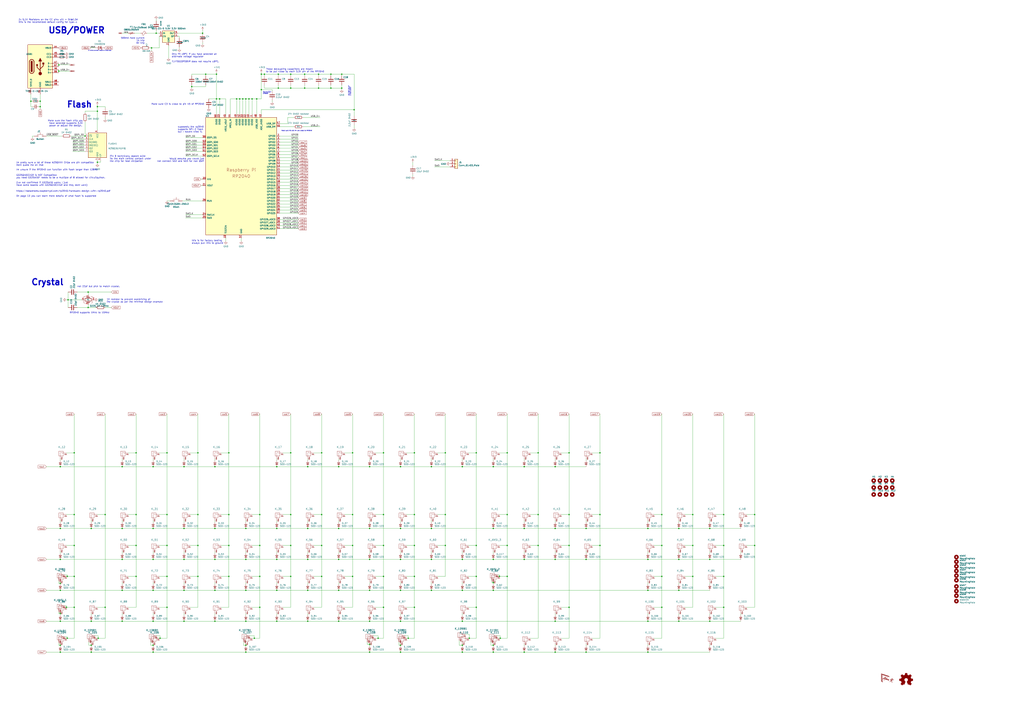
<source format=kicad_sch>
(kicad_sch (version 20230121) (generator eeschema)
  (paper "A1")
  (junction (at 328.93 459.74))
  (junction (at 131.445 524.51))
  (junction (at 467.36 372.11))
  (junction (at 594.36 473.71))
  (junction (at 328.93 383.54))
  (junction (at 238.76 72.39))
  (junction (at 227.33 485.14))
  (junction (at 416.56 473.71))
  (junction (at 125.73 485.14))
  (junction (at 201.93 81.28))
  (junction (at 250.19 60.96))
  (junction (at 391.16 473.71))
  (junction (at 162.56 473.71))
  (junction (at 176.53 383.54))
  (junction (at 568.96 422.91))
  (junction (at 280.67 72.39))
  (junction (at 125.73 383.54))
  (junction (at 238.76 473.71))
  (junction (at 210.82 81.28))
  (junction (at 201.93 510.54))
  (junction (at 303.53 510.54))
  (junction (at 201.93 434.34))
  (junction (at 405.13 530.225))
  (junction (at 328.93 530.225))
  (junction (at 543.56 499.11))
  (junction (at 204.47 81.28))
  (junction (at 55.245 524.51))
  (junction (at 303.53 459.74))
  (junction (at 289.56 372.11))
  (junction (at 60.96 473.71))
  (junction (at 49.53 434.34))
  (junction (at 180.34 81.28))
  (junction (at 328.93 485.14))
  (junction (at 49.53 479.425))
  (junction (at 213.36 448.31))
  (junction (at 557.53 510.54))
  (junction (at 48.26 58.42))
  (junction (at 328.93 535.94))
  (junction (at 354.33 485.14))
  (junction (at 48.26 53.34))
  (junction (at 340.36 422.91))
  (junction (at 557.53 459.74))
  (junction (at 379.73 459.74))
  (junction (at 379.73 530.225))
  (junction (at 176.53 434.34))
  (junction (at 455.93 459.74))
  (junction (at 385.445 524.51))
  (junction (at 365.76 422.91))
  (junction (at 213.36 499.11))
  (junction (at 33.02 87.63))
  (junction (at 100.33 510.54))
  (junction (at 187.96 372.11))
  (junction (at 214.63 73.66))
  (junction (at 72.39 240.03))
  (junction (at 60.96 499.11))
  (junction (at 213.36 422.91))
  (junction (at 619.76 422.91))
  (junction (at 49.53 485.14))
  (junction (at 455.93 434.34))
  (junction (at 207.01 81.28))
  (junction (at 137.16 372.11))
  (junction (at 430.53 459.74))
  (junction (at 80.01 87.63))
  (junction (at 314.96 473.71))
  (junction (at 201.93 530.225))
  (junction (at 125.73 535.94))
  (junction (at 238.76 60.96))
  (junction (at 340.36 448.31))
  (junction (at 354.33 383.54))
  (junction (at 177.8 60.96))
  (junction (at 594.36 448.31))
  (junction (at 532.13 459.74))
  (junction (at 194.31 81.28))
  (junction (at 532.13 535.94))
  (junction (at 151.13 510.54))
  (junction (at 314.96 499.11))
  (junction (at 271.78 72.39))
  (junction (at 125.73 530.225))
  (junction (at 177.8 81.28))
  (junction (at 137.16 473.71))
  (junction (at 151.13 434.34))
  (junction (at 467.36 499.11))
  (junction (at 354.33 434.34))
  (junction (at 208.915 524.51))
  (junction (at 162.56 372.11))
  (junction (at 227.33 434.34))
  (junction (at 557.53 485.14))
  (junction (at 261.62 72.39))
  (junction (at 416.56 422.91))
  (junction (at 455.93 383.54))
  (junction (at 619.76 448.31))
  (junction (at 201.93 535.94))
  (junction (at 405.13 478.79))
  (junction (at 568.96 473.71))
  (junction (at 582.93 459.74))
  (junction (at 582.93 510.54))
  (junction (at 467.36 422.91))
  (junction (at 492.76 422.91))
  (junction (at 582.93 434.34))
  (junction (at 60.96 372.11))
  (junction (at 303.53 383.54))
  (junction (at 196.85 81.28))
  (junction (at 201.93 485.14))
  (junction (at 214.63 60.96))
  (junction (at 100.33 383.54))
  (junction (at 416.56 372.11))
  (junction (at 405.13 459.74))
  (junction (at 405.13 485.14))
  (junction (at 176.53 485.14))
  (junction (at 49.53 383.54))
  (junction (at 303.53 434.34))
  (junction (at 289.56 473.71))
  (junction (at 278.13 485.14))
  (junction (at 594.36 499.11))
  (junction (at 49.53 510.54))
  (junction (at 441.96 422.91))
  (junction (at 157.48 71.12))
  (junction (at 314.96 372.11))
  (junction (at 328.93 434.34))
  (junction (at 410.845 524.51))
  (junction (at 264.16 372.11))
  (junction (at 187.96 448.31))
  (junction (at 74.93 535.94))
  (junction (at 151.13 459.74))
  (junction (at 49.53 459.74))
  (junction (at 238.76 422.91))
  (junction (at 430.53 535.94))
  (junction (at 125.73 434.34))
  (junction (at 111.76 422.91))
  (junction (at 80.01 133.35))
  (junction (at 176.53 510.54))
  (junction (at 228.6 60.96))
  (junction (at 391.16 499.11))
  (junction (at 543.56 422.91))
  (junction (at 354.33 459.74))
  (junction (at 55.88 246.38))
  (junction (at 213.36 473.71))
  (junction (at 151.13 485.14))
  (junction (at 228.6 72.39))
  (junction (at 187.96 422.91))
  (junction (at 264.16 473.71))
  (junction (at 176.53 459.74))
  (junction (at 328.93 510.54))
  (junction (at 278.13 383.54))
  (junction (at 86.36 422.91))
  (junction (at 532.13 510.54))
  (junction (at 335.28 524.51))
  (junction (at 252.73 434.34))
  (junction (at 250.19 72.39))
  (junction (at 492.76 448.31))
  (junction (at 54.61 499.11))
  (junction (at 568.96 448.31))
  (junction (at 86.36 499.11))
  (junction (at 238.76 448.31))
  (junction (at 314.96 448.31))
  (junction (at 430.53 383.54))
  (junction (at 125.73 510.54))
  (junction (at 365.76 448.31))
  (junction (at 162.56 422.91))
  (junction (at 303.53 535.94))
  (junction (at 455.93 510.54))
  (junction (at 543.56 473.71))
  (junction (at 137.16 499.11))
  (junction (at 137.16 422.91))
  (junction (at 289.56 422.91))
  (junction (at 227.33 383.54))
  (junction (at 314.96 422.91))
  (junction (at 252.73 383.54))
  (junction (at 391.16 372.11))
  (junction (at 405.13 383.54))
  (junction (at 162.56 448.31))
  (junction (at 467.36 448.31))
  (junction (at 271.78 60.96))
  (junction (at 310.515 524.51))
  (junction (at 289.56 448.31))
  (junction (at 340.36 499.11))
  (junction (at 74.93 530.225))
  (junction (at 111.76 473.71))
  (junction (at 492.76 372.11))
  (junction (at 168.91 60.96))
  (junction (at 391.16 448.31))
  (junction (at 278.13 459.74))
  (junction (at 49.53 530.225))
  (junction (at 199.39 81.28))
  (junction (at 379.73 485.14))
  (junction (at 49.53 504.19))
  (junction (at 405.13 535.94))
  (junction (at 340.36 372.11))
  (junction (at 532.13 485.14))
  (junction (at 166.37 27.305))
  (junction (at 74.93 434.34))
  (junction (at 100.33 459.74))
  (junction (at 303.53 529.59))
  (junction (at 100.33 485.14))
  (junction (at 481.33 459.74))
  (junction (at 72.39 252.73))
  (junction (at 238.76 372.11))
  (junction (at 481.33 535.94))
  (junction (at 278.13 510.54))
  (junction (at 227.33 459.74))
  (junction (at 151.13 383.54))
  (junction (at 264.16 422.91))
  (junction (at 227.33 510.54))
  (junction (at 264.16 448.31))
  (junction (at 69.85 111.76))
  (junction (at 594.36 422.91))
  (junction (at 125.73 459.74))
  (junction (at 280.67 60.96))
  (junction (at 201.93 459.74))
  (junction (at 441.96 448.31))
  (junction (at 290.83 90.17))
  (junction (at 441.96 372.11))
  (junction (at 410.21 473.71))
  (junction (at 278.13 434.34))
  (junction (at 124.46 39.37))
  (junction (at 80.645 524.51))
  (junction (at 55.245 473.71))
  (junction (at 111.76 448.31))
  (junction (at 365.76 372.11))
  (junction (at 557.53 434.34))
  (junction (at 405.13 434.34))
  (junction (at 187.96 473.71))
  (junction (at 252.73 510.54))
  (junction (at 261.62 60.96))
  (junction (at 111.76 372.11))
  (junction (at 49.53 535.94))
  (junction (at 340.36 473.71))
  (junction (at 416.56 448.31))
  (junction (at 60.96 422.91))
  (junction (at 532.13 434.34))
  (junction (at 481.33 434.34))
  (junction (at 430.53 434.34))
  (junction (at 379.73 535.94))
  (junction (at 303.53 485.14))
  (junction (at 252.73 459.74))
  (junction (at 217.17 60.96))
  (junction (at 100.33 434.34))
  (junction (at 543.56 448.31))
  (junction (at 128.27 27.305))
  (junction (at 137.16 448.31))
  (junction (at 60.96 448.31))
  (junction (at 25.4 83.185))
  (junction (at 33.02 83.185))
  (junction (at 252.73 485.14))
  (junction (at 80.01 91.44))
  (junction (at 455.93 535.94))
  (junction (at 379.73 510.54))
  (junction (at 379.73 383.54))
  (junction (at 74.93 510.54))
  (wire (pts (xy 264.16 448.31) (xy 264.16 422.91)))
  (wire (pts (xy 385.445 524.51) (xy 391.16 524.51)))
  (wire (pts (xy 557.53 434.34) (xy 582.93 434.34)))
  (wire (pts (xy 486.41 422.91) (xy 492.76 422.91)))
  (wire (pts (xy 290.83 90.17) (xy 290.83 95.25)))
  (wire (pts (xy 176.53 510.54) (xy 201.93 510.54)))
  (wire (pts (xy 177.8 81.28) (xy 171.45 81.28)))
  (wire (pts (xy 214.63 90.17) (xy 290.83 90.17)))
  (wire (pts (xy 74.93 530.225) (xy 74.93 530.86)))
  (wire (pts (xy 588.01 499.11) (xy 594.36 499.11)))
  (wire (pts (xy 461.01 448.31) (xy 467.36 448.31)))
  (wire (pts (xy 557.53 510.54) (xy 582.93 510.54)))
  (wire (pts (xy 303.53 427.99) (xy 303.53 429.26)))
  (wire (pts (xy 416.56 372.11) (xy 416.56 340.36)))
  (wire (pts (xy 403.225 530.225) (xy 405.13 530.225)))
  (wire (pts (xy 176.53 453.39) (xy 176.53 454.66)))
  (wire (pts (xy 151.13 434.34) (xy 176.53 434.34)))
  (wire (pts (xy 55.88 246.38) (xy 54.61 246.38)))
  (wire (pts (xy 328.93 459.74) (xy 354.33 459.74)))
  (wire (pts (xy 379.73 459.74) (xy 405.13 459.74)))
  (wire (pts (xy 80.01 422.91) (xy 86.36 422.91)))
  (wire (pts (xy 232.41 499.11) (xy 238.76 499.11)))
  (wire (pts (xy 25.4 83.185) (xy 25.4 87.63)))
  (wire (pts (xy 252.73 453.39) (xy 252.73 454.66)))
  (wire (pts (xy 410.21 448.31) (xy 416.56 448.31)))
  (wire (pts (xy 80.01 91.44) (xy 80.01 106.68)))
  (wire (pts (xy 201.93 427.99) (xy 201.93 429.26)))
  (wire (pts (xy 166.37 24.765) (xy 166.37 27.305)))
  (wire (pts (xy 492.76 372.11) (xy 492.76 422.91)))
  (wire (pts (xy 49.53 504.19) (xy 49.53 505.46)))
  (wire (pts (xy 481.33 427.99) (xy 481.33 429.26)))
  (wire (pts (xy 207.01 499.11) (xy 213.36 499.11)))
  (wire (pts (xy 238.76 372.11) (xy 238.76 422.91)))
  (wire (pts (xy 232.41 448.31) (xy 238.76 448.31)))
  (wire (pts (xy 207.01 524.51) (xy 208.915 524.51)))
  (wire (pts (xy 49.53 529.59) (xy 49.53 530.225)))
  (wire (pts (xy 38.1 434.34) (xy 49.53 434.34)))
  (wire (pts (xy 303.53 529.59) (xy 303.53 530.86)))
  (wire (pts (xy 137.16 499.11) (xy 137.16 473.71)))
  (wire (pts (xy 379.73 383.54) (xy 405.13 383.54)))
  (wire (pts (xy 278.13 383.54) (xy 303.53 383.54)))
  (wire (pts (xy 69.85 92.71) (xy 69.85 91.44)))
  (wire (pts (xy 69.85 124.46) (xy 59.69 124.46)))
  (wire (pts (xy 430.53 427.99) (xy 430.53 429.26)))
  (wire (pts (xy 379.73 529.59) (xy 379.73 530.225)))
  (wire (pts (xy 69.85 116.84) (xy 59.69 116.84)))
  (wire (pts (xy 229.87 121.92) (xy 245.11 121.92)))
  (wire (pts (xy 557.53 453.39) (xy 557.53 454.66)))
  (wire (pts (xy 467.36 340.36) (xy 467.36 372.11)))
  (wire (pts (xy 49.53 479.425) (xy 49.53 480.06)))
  (wire (pts (xy 124.46 39.37) (xy 124.46 41.91)))
  (wire (pts (xy 382.27 521.335) (xy 385.445 521.335)))
  (wire (pts (xy 289.56 499.11) (xy 289.56 473.71)))
  (wire (pts (xy 181.61 473.71) (xy 187.96 473.71)))
  (wire (pts (xy 340.36 448.31) (xy 340.36 422.91)))
  (wire (pts (xy 125.73 427.99) (xy 125.73 429.26)))
  (wire (pts (xy 537.21 499.11) (xy 543.56 499.11)))
  (wire (pts (xy 49.53 535.94) (xy 74.93 535.94)))
  (wire (pts (xy 125.73 377.19) (xy 125.73 378.46)))
  (wire (pts (xy 408.305 522.605) (xy 410.845 522.605)))
  (wire (pts (xy 86.36 96.52) (xy 86.36 97.79)))
  (wire (pts (xy 264.16 499.11) (xy 264.16 473.71)))
  (wire (pts (xy 72.39 240.03) (xy 91.44 240.03)))
  (wire (pts (xy 455.93 434.34) (xy 481.33 434.34)))
  (wire (pts (xy 613.41 499.11) (xy 619.76 499.11)))
  (wire (pts (xy 38.1 485.14) (xy 49.53 485.14)))
  (wire (pts (xy 354.33 453.39) (xy 354.33 454.66)))
  (wire (pts (xy 111.76 473.71) (xy 111.76 448.31)))
  (wire (pts (xy 229.87 187.96) (xy 245.11 187.96)))
  (wire (pts (xy 543.56 422.91) (xy 543.56 448.31)))
  (wire (pts (xy 328.93 434.34) (xy 354.33 434.34)))
  (wire (pts (xy 410.845 522.605) (xy 410.845 524.51)))
  (wire (pts (xy 74.93 504.19) (xy 74.93 505.46)))
  (wire (pts (xy 379.73 530.225) (xy 379.73 530.86)))
  (wire (pts (xy 334.01 448.31) (xy 340.36 448.31)))
  (wire (pts (xy 100.33 434.34) (xy 125.73 434.34)))
  (wire (pts (xy 157.48 71.12) (xy 168.91 71.12)))
  (wire (pts (xy 214.63 60.96) (xy 214.63 73.66)))
  (wire (pts (xy 100.33 427.99) (xy 100.33 429.26)))
  (wire (pts (xy 261.62 62.23) (xy 261.62 60.96)))
  (wire (pts (xy 278.13 427.99) (xy 278.13 429.26)))
  (wire (pts (xy 229.87 167.64) (xy 245.11 167.64)))
  (wire (pts (xy 100.33 504.19) (xy 100.33 505.46)))
  (wire (pts (xy 157.48 71.12) (xy 157.48 72.39)))
  (wire (pts (xy 236.22 96.52) (xy 236.22 101.6)))
  (wire (pts (xy 185.42 195.58) (xy 185.42 198.12)))
  (wire (pts (xy 403.86 477.52) (xy 403.86 478.79)))
  (wire (pts (xy 60.96 499.11) (xy 60.96 473.71)))
  (wire (pts (xy 238.76 499.11) (xy 238.76 473.71)))
  (wire (pts (xy 250.19 60.96) (xy 261.62 60.96)))
  (wire (pts (xy 582.93 529.59) (xy 582.93 530.86)))
  (wire (pts (xy 328.93 535.94) (xy 379.73 535.94)))
  (wire (pts (xy 532.13 535.94) (xy 582.93 535.94)))
  (wire (pts (xy 125.73 530.225) (xy 125.73 530.86)))
  (wire (pts (xy 354.33 459.74) (xy 379.73 459.74)))
  (wire (pts (xy 147.32 31.115) (xy 147.32 29.845)))
  (wire (pts (xy 207.01 473.71) (xy 213.36 473.71)))
  (wire (pts (xy 185.42 93.98) (xy 185.42 81.28)))
  (wire (pts (xy 264.16 340.36) (xy 264.16 372.11)))
  (wire (pts (xy 252.73 434.34) (xy 278.13 434.34)))
  (wire (pts (xy 236.22 96.52) (xy 241.3 96.52)))
  (wire (pts (xy 48.26 57.15) (xy 48.26 58.42)))
  (wire (pts (xy 166.37 179.07) (xy 152.4 179.07)))
  (wire (pts (xy 619.76 499.11) (xy 619.76 448.31)))
  (wire (pts (xy 185.42 81.28) (xy 180.34 81.28)))
  (wire (pts (xy 227.33 434.34) (xy 252.73 434.34)))
  (wire (pts (xy 151.13 453.39) (xy 151.13 454.66)))
  (wire (pts (xy 48.26 58.42) (xy 48.26 59.69)))
  (wire (pts (xy 54.61 372.11) (xy 60.96 372.11)))
  (wire (pts (xy 165.1 147.32) (xy 166.37 147.32)))
  (wire (pts (xy 31.75 87.63) (xy 33.02 87.63)))
  (wire (pts (xy 130.81 524.51) (xy 131.445 524.51)))
  (wire (pts (xy 100.33 510.54) (xy 125.73 510.54)))
  (wire (pts (xy 151.13 478.79) (xy 151.13 480.06)))
  (wire (pts (xy 461.01 422.91) (xy 467.36 422.91)))
  (wire (pts (xy 166.37 128.27) (xy 152.4 128.27)))
  (wire (pts (xy 73.025 527.685) (xy 73.025 530.225)))
  (wire (pts (xy 128.27 27.305) (xy 130.81 27.305)))
  (wire (pts (xy 430.53 535.94) (xy 455.93 535.94)))
  (wire (pts (xy 278.13 485.14) (xy 303.53 485.14)))
  (wire (pts (xy 201.93 459.74) (xy 227.33 459.74)))
  (wire (pts (xy 152.4 121.92) (xy 166.37 121.92)))
  (wire (pts (xy 60.96 448.31) (xy 60.96 422.91)))
  (wire (pts (xy 303.53 383.54) (xy 328.93 383.54)))
  (wire (pts (xy 613.41 448.31) (xy 619.76 448.31)))
  (wire (pts (xy 125.73 453.39) (xy 125.73 454.66)))
  (wire (pts (xy 54.61 448.31) (xy 60.96 448.31)))
  (wire (pts (xy 261.62 60.96) (xy 271.78 60.96)))
  (wire (pts (xy 405.13 485.14) (xy 532.13 485.14)))
  (wire (pts (xy 619.76 340.36) (xy 619.76 422.91)))
  (wire (pts (xy 55.245 524.51) (xy 60.96 524.51)))
  (wire (pts (xy 27.94 111.76) (xy 26.67 111.76)))
  (wire (pts (xy 125.73 529.59) (xy 125.73 530.225)))
  (wire (pts (xy 54.61 497.84) (xy 54.61 499.11)))
  (wire (pts (xy 384.81 499.11) (xy 391.16 499.11)))
  (wire (pts (xy 405.13 530.225) (xy 405.13 530.86)))
  (wire (pts (xy 283.21 473.71) (xy 289.56 473.71)))
  (wire (pts (xy 290.83 60.96) (xy 280.67 60.96)))
  (wire (pts (xy 138.43 37.465) (xy 138.43 47.625)))
  (wire (pts (xy 562.61 473.71) (xy 568.96 473.71)))
  (wire (pts (xy 582.93 453.39) (xy 582.93 454.66)))
  (wire (pts (xy 130.81 499.11) (xy 137.16 499.11)))
  (wire (pts (xy 229.87 104.14) (xy 241.3 104.14)))
  (wire (pts (xy 213.36 340.36) (xy 213.36 422.91)))
  (wire (pts (xy 492.76 448.31) (xy 492.76 422.91)))
  (wire (pts (xy 60.96 473.71) (xy 60.96 448.31)))
  (wire (pts (xy 80.645 522.605) (xy 80.645 524.51)))
  (wire (pts (xy 201.93 535.94) (xy 303.53 535.94)))
  (wire (pts (xy 303.53 510.54) (xy 328.93 510.54)))
  (wire (pts (xy 229.87 147.32) (xy 245.11 147.32)))
  (wire (pts (xy 38.1 459.74) (xy 49.53 459.74)))
  (wire (pts (xy 86.36 422.91) (xy 86.36 499.11)))
  (wire (pts (xy 486.41 524.51) (xy 492.76 524.51)))
  (wire (pts (xy 49.53 530.225) (xy 49.53 530.86)))
  (wire (pts (xy 223.52 82.55) (xy 223.52 83.82)))
  (wire (pts (xy 328.93 377.19) (xy 328.93 378.46)))
  (wire (pts (xy 405.13 529.59) (xy 405.13 530.225)))
  (wire (pts (xy 189.23 81.28) (xy 194.31 81.28)))
  (wire (pts (xy 340.36 499.11) (xy 340.36 473.71)))
  (wire (pts (xy 227.33 383.54) (xy 252.73 383.54)))
  (wire (pts (xy 201.93 453.39) (xy 201.93 454.66)))
  (wire (pts (xy 356.87 137.16) (xy 369.57 137.16)))
  (wire (pts (xy 455.93 504.19) (xy 455.93 505.46)))
  (wire (pts (xy 532.13 478.79) (xy 532.13 480.06)))
  (wire (pts (xy 130.81 473.71) (xy 137.16 473.71)))
  (wire (pts (xy 283.21 422.91) (xy 289.56 422.91)))
  (wire (pts (xy 208.915 524.51) (xy 213.36 524.51)))
  (wire (pts (xy 568.96 473.71) (xy 568.96 448.31)))
  (wire (pts (xy 214.63 73.66) (xy 223.52 73.66)))
  (wire (pts (xy 252.73 459.74) (xy 278.13 459.74)))
  (wire (pts (xy 403.225 527.685) (xy 403.225 530.225)))
  (wire (pts (xy 430.53 453.39) (xy 430.53 454.66)))
  (wire (pts (xy 194.31 93.98) (xy 194.31 81.28)))
  (wire (pts (xy 335.28 522.605) (xy 335.28 524.51)))
  (wire (pts (xy 55.88 252.73) (xy 55.88 246.38)))
  (wire (pts (xy 48.26 58.42) (xy 57.15 58.42)))
  (wire (pts (xy 334.01 473.71) (xy 340.36 473.71)))
  (wire (pts (xy 201.93 478.79) (xy 201.93 480.06)))
  (wire (pts (xy 334.01 422.91) (xy 340.36 422.91)))
  (wire (pts (xy 328.93 427.99) (xy 328.93 429.26)))
  (wire (pts (xy 408.94 472.44) (xy 410.21 472.44)))
  (wire (pts (xy 78.105 522.605) (xy 80.645 522.605)))
  (wire (pts (xy 543.56 499.11) (xy 543.56 473.71)))
  (wire (pts (xy 74.295 39.37) (xy 78.105 39.37)))
  (wire (pts (xy 55.245 472.44) (xy 55.245 473.71)))
  (wire (pts (xy 229.87 139.7) (xy 245.11 139.7)))
  (wire (pts (xy 49.53 434.34) (xy 74.93 434.34)))
  (wire (pts (xy 228.6 72.39) (xy 238.76 72.39)))
  (wire (pts (xy 532.13 434.34) (xy 557.53 434.34)))
  (wire (pts (xy 327.66 530.225) (xy 328.93 530.225)))
  (wire (pts (xy 33.02 77.47) (xy 33.02 83.185)))
  (wire (pts (xy 213.36 499.11) (xy 213.36 473.71)))
  (wire (pts (xy 290.83 102.87) (xy 290.83 105.41)))
  (wire (pts (xy 54.61 473.71) (xy 55.245 473.71)))
  (wire (pts (xy 354.33 377.19) (xy 354.33 378.46)))
  (wire (pts (xy 130.81 422.91) (xy 137.16 422.91)))
  (wire (pts (xy 594.36 524.51) (xy 594.36 499.11)))
  (wire (pts (xy 152.4 116.84) (xy 166.37 116.84)))
  (wire (pts (xy 238.76 69.85) (xy 238.76 72.39)))
  (wire (pts (xy 120.65 27.305) (xy 128.27 27.305)))
  (wire (pts (xy 176.53 459.74) (xy 201.93 459.74)))
  (wire (pts (xy 229.87 162.56) (xy 245.11 162.56)))
  (wire (pts (xy 416.56 473.71) (xy 416.56 448.31)))
  (wire (pts (xy 100.33 383.54) (xy 125.73 383.54)))
  (wire (pts (xy 157.48 69.85) (xy 157.48 71.12)))
  (wire (pts (xy 467.36 499.11) (xy 467.36 448.31)))
  (wire (pts (xy 26.67 83.185) (xy 25.4 83.185)))
  (wire (pts (xy 162.56 473.71) (xy 162.56 448.31)))
  (wire (pts (xy 54.61 524.51) (xy 55.245 524.51)))
  (wire (pts (xy 532.13 485.14) (xy 557.53 485.14)))
  (wire (pts (xy 568.96 340.36) (xy 568.96 422.91)))
  (wire (pts (xy 137.16 524.51) (xy 137.16 499.11)))
  (wire (pts (xy 303.53 478.79) (xy 303.53 480.06)))
  (wire (pts (xy 248.92 96.52) (xy 262.89 96.52)))
  (wire (pts (xy 365.76 448.31) (xy 365.76 422.91)))
  (wire (pts (xy 80.01 133.35) (xy 82.55 133.35)))
  (wire (pts (xy 328.93 510.54) (xy 379.73 510.54)))
  (wire (pts (xy 229.87 129.54) (xy 245.11 129.54)))
  (wire (pts (xy 201.93 485.14) (xy 227.33 485.14)))
  (wire (pts (xy 228.6 62.23) (xy 228.6 60.96)))
  (wire (pts (xy 201.93 504.19) (xy 201.93 505.46)))
  (wire (pts (xy 86.36 524.51) (xy 86.36 499.11)))
  (wire (pts (xy 271.78 60.96) (xy 271.78 62.23)))
  (wire (pts (xy 194.31 81.28) (xy 196.85 81.28)))
  (wire (pts (xy 543.56 524.51) (xy 543.56 499.11)))
  (wire (pts (xy 181.61 422.91) (xy 187.96 422.91)))
  (wire (pts (xy 147.32 40.005) (xy 147.32 38.735)))
  (wire (pts (xy 391.16 372.11) (xy 391.16 448.31)))
  (wire (pts (xy 608.33 427.99) (xy 608.33 429.26)))
  (wire (pts (xy 340.36 372.11) (xy 340.36 340.36)))
  (wire (pts (xy 365.76 473.71) (xy 365.76 448.31)))
  (wire (pts (xy 227.33 453.39) (xy 227.33 454.66)))
  (wire (pts (xy 177.8 60.96) (xy 177.8 81.28)))
  (wire (pts (xy 340.36 473.71) (xy 340.36 448.31)))
  (wire (pts (xy 229.87 134.62) (xy 245.11 134.62)))
  (wire (pts (xy 308.61 372.11) (xy 314.96 372.11)))
  (wire (pts (xy 227.33 459.74) (xy 252.73 459.74)))
  (wire (pts (xy 100.33 478.79) (xy 100.33 480.06)))
  (wire (pts (xy 481.33 453.39) (xy 481.33 454.66)))
  (wire (pts (xy 557.53 427.99) (xy 557.53 429.26)))
  (wire (pts (xy 111.76 372.11) (xy 111.76 340.36)))
  (wire (pts (xy 151.13 510.54) (xy 176.53 510.54)))
  (wire (pts (xy 201.93 93.98) (xy 201.93 81.28)))
  (wire (pts (xy 58.42 111.76) (xy 69.85 111.76)))
  (wire (pts (xy 416.56 372.11) (xy 416.56 422.91)))
  (wire (pts (xy 588.01 473.71) (xy 594.36 473.71)))
  (wire (pts (xy 189.23 93.98) (xy 189.23 81.28)))
  (wire (pts (xy 151.13 427.99) (xy 151.13 429.26)))
  (wire (pts (xy 187.96 372.11) (xy 187.96 422.91)))
  (wire (pts (xy 385.445 521.335) (xy 385.445 524.51)))
  (wire (pts (xy 227.33 427.99) (xy 227.33 429.26)))
  (wire (pts (xy 156.21 499.11) (xy 162.56 499.11)))
  (wire (pts (xy 492.76 524.51) (xy 492.76 448.31)))
  (wire (pts (xy 157.48 60.96) (xy 168.91 60.96)))
  (wire (pts (xy 391.16 524.51) (xy 391.16 499.11)))
  (wire (pts (xy 217.17 60.96) (xy 228.6 60.96)))
  (wire (pts (xy 301.625 529.59) (xy 303.53 529.59)))
  (wire (pts (xy 557.53 504.19) (xy 557.53 505.46)))
  (wire (pts (xy 48.26 502.92) (xy 48.26 504.19)))
  (wire (pts (xy 228.6 60.96) (xy 238.76 60.96)))
  (wire (pts (xy 49.53 453.39) (xy 49.53 454.66)))
  (wire (pts (xy 537.21 422.91) (xy 543.56 422.91)))
  (wire (pts (xy 441.96 448.31) (xy 441.96 422.91)))
  (wire (pts (xy 486.41 448.31) (xy 492.76 448.31)))
  (wire (pts (xy 441.96 372.11) (xy 441.96 422.91)))
  (wire (pts (xy 180.34 81.28) (xy 177.8 81.28)))
  (wire (pts (xy 619.76 422.91) (xy 619.76 448.31)))
  (wire (pts (xy 213.36 422.91) (xy 213.36 448.31)))
  (wire (pts (xy 229.87 111.76) (xy 245.11 111.76)))
  (wire (pts (xy 283.21 499.11) (xy 289.56 499.11)))
  (wire (pts (xy 410.21 422.91) (xy 416.56 422.91)))
  (wire (pts (xy 455.93 535.94) (xy 481.33 535.94)))
  (wire (pts (xy 328.93 383.54) (xy 354.33 383.54)))
  (wire (pts (xy 58.42 114.3) (xy 69.85 114.3)))
  (wire (pts (xy 257.81 499.11) (xy 264.16 499.11)))
  (wire (pts (xy 328.93 485.14) (xy 354.33 485.14)))
  (wire (pts (xy 229.87 182.88) (xy 245.11 182.88)))
  (wire (pts (xy 410.21 524.51) (xy 410.845 524.51)))
  (wire (pts (xy 250.19 62.23) (xy 250.19 60.96)))
  (wire (pts (xy 48.26 479.425) (xy 49.53 479.425)))
  (wire (pts (xy 38.1 510.54) (xy 49.53 510.54)))
  (wire (pts (xy 137.16 473.71) (xy 137.16 448.31)))
  (wire (pts (xy 181.61 448.31) (xy 187.96 448.31)))
  (wire (pts (xy 105.41 473.71) (xy 111.76 473.71)))
  (wire (pts (xy 252.73 485.14) (xy 278.13 485.14)))
  (wire (pts (xy 391.16 372.11) (xy 391.16 340.36)))
  (wire (pts (xy 228.6 72.39) (xy 228.6 69.85)))
  (wire (pts (xy 229.87 144.78) (xy 245.11 144.78)))
  (wire (pts (xy 250.19 72.39) (xy 238.76 72.39)))
  (wire (pts (xy 303.53 459.74) (xy 328.93 459.74)))
  (wire (pts (xy 405.13 478.79) (xy 405.13 480.06)))
  (wire (pts (xy 543.56 473.71) (xy 543.56 448.31)))
  (wire (pts (xy 176.53 485.14) (xy 201.93 485.14)))
  (wire (pts (xy 562.61 422.91) (xy 568.96 422.91)))
  (wire (pts (xy 162.56 448.31) (xy 162.56 422.91)))
  (wire (pts (xy 54.61 499.11) (xy 60.96 499.11)))
  (wire (pts (xy 26.67 111.76) (xy 26.67 113.03)))
  (wire (pts (xy 80.01 499.11) (xy 86.36 499.11)))
  (wire (pts (xy 210.82 93.98) (xy 210.82 81.28)))
  (wire (pts (xy 74.93 434.34) (xy 100.33 434.34)))
  (wire (pts (xy 74.93 535.94) (xy 125.73 535.94)))
  (wire (pts (xy 176.53 427.99) (xy 176.53 429.26)))
  (wire (pts (xy 430.53 377.19) (xy 430.53 378.46)))
  (wire (pts (xy 334.01 524.51) (xy 335.28 524.51)))
  (wire (pts (xy 151.13 377.19) (xy 151.13 378.46)))
  (wire (pts (xy 168.91 60.96) (xy 177.8 60.96)))
  (wire (pts (xy 217.17 69.85) (xy 217.17 72.39)))
  (wire (pts (xy 213.36 524.51) (xy 213.36 499.11)))
  (wire (pts (xy 377.19 530.225) (xy 379.73 530.225)))
  (wire (pts (xy 162.56 372.11) (xy 162.56 340.36)))
  (wire (pts (xy 63.5 240.03) (xy 72.39 240.03)))
  (wire (pts (xy 217.17 62.23) (xy 217.17 60.96)))
  (wire (pts (xy 481.33 434.34) (xy 532.13 434.34)))
  (wire (pts (xy 250.19 69.85) (xy 250.19 72.39)))
  (wire (pts (xy 252.73 504.19) (xy 252.73 505.46)))
  (wire (pts (xy 229.87 124.46) (xy 245.11 124.46)))
  (wire (pts (xy 562.61 499.11) (xy 568.96 499.11)))
  (wire (pts (xy 229.87 154.94) (xy 245.11 154.94)))
  (wire (pts (xy 100.33 453.39) (xy 100.33 454.66)))
  (wire (pts (xy 128.27 24.765) (xy 128.27 27.305)))
  (wire (pts (xy 229.87 132.08) (xy 245.11 132.08)))
  (wire (pts (xy 562.61 448.31) (xy 568.96 448.31)))
  (wire (pts (xy 128.27 17.145) (xy 128.27 15.875)))
  (wire (pts (xy 405.13 434.34) (xy 430.53 434.34)))
  (wire (pts (xy 410.21 472.44) (xy 410.21 473.71)))
  (wire (pts (xy 238.76 473.71) (xy 238.76 448.31)))
  (wire (pts (xy 328.93 504.19) (xy 328.93 505.46)))
  (wire (pts (xy 151.13 485.14) (xy 176.53 485.14)))
  (wire (pts (xy 339.09 133.35) (xy 339.09 135.89)))
  (wire (pts (xy 334.01 499.11) (xy 340.36 499.11)))
  (wire (pts (xy 257.81 448.31) (xy 264.16 448.31)))
  (wire (pts (xy 379.73 510.54) (xy 455.93 510.54)))
  (wire (pts (xy 359.41 473.71) (xy 365.76 473.71)))
  (wire (pts (xy 229.87 185.42) (xy 245.11 185.42)))
  (wire (pts (xy 238.76 372.11) (xy 238.76 340.36)))
  (wire (pts (xy 156.21 448.31) (xy 162.56 448.31)))
  (wire (pts (xy 481.33 459.74) (xy 532.13 459.74)))
  (wire (pts (xy 201.93 530.225) (xy 201.93 530.86)))
  (wire (pts (xy 608.33 504.19) (xy 608.33 505.46)))
  (wire (pts (xy 137.16 340.36) (xy 137.16 372.11)))
  (wire (pts (xy 314.96 372.11) (xy 314.96 422.91)))
  (wire (pts (xy 455.93 459.74) (xy 481.33 459.74)))
  (wire (pts (xy 441.96 340.36) (xy 441.96 372.11)))
  (wire (pts (xy 314.96 372.11) (xy 314.96 340.36)))
  (wire (pts (xy 308.61 499.11) (xy 314.96 499.11)))
  (wire (pts (xy 78.74 252.73) (xy 72.39 252.73)))
  (wire (pts (xy 181.61 499.11) (xy 187.96 499.11)))
  (wire (pts (xy 290.83 90.17) (xy 290.83 60.96)))
  (wire (pts (xy 49.53 427.99) (xy 49.53 429.26)))
  (wire (pts (xy 227.33 377.19) (xy 227.33 378.46)))
  (wire (pts (xy 354.33 434.34) (xy 405.13 434.34)))
  (wire (pts (xy 379.73 453.39) (xy 379.73 454.66)))
  (wire (pts (xy 532.13 529.59) (xy 532.13 530.86)))
  (wire (pts (xy 582.93 478.79) (xy 582.93 480.06)))
  (wire (pts (xy 105.41 499.11) (xy 111.76 499.11)))
  (wire (pts (xy 303.53 453.39) (xy 303.53 454.66)))
  (wire (pts (xy 139.7 165.1) (xy 137.16 165.1)))
  (wire (pts (xy 205.105 522.605) (xy 208.915 522.605)))
  (wire (pts (xy 229.87 149.86) (xy 245.11 149.86)))
  (wire (pts (xy 455.93 453.39) (xy 455.93 454.66)))
  (wire (pts (xy 229.87 114.3) (xy 245.11 114.3)))
  (wire (pts (xy 69.85 91.44) (xy 80.01 91.44)))
  (wire (pts (xy 467.36 372.11) (xy 467.36 422.91)))
  (wire (pts (xy 229.87 180.34) (xy 245.11 180.34)))
  (wire (pts (xy 213.36 473.71) (xy 213.36 448.31)))
  (wire (pts (xy 543.56 340.36) (xy 543.56 422.91)))
  (wire (pts (xy 214.63 60.96) (xy 217.17 60.96)))
  (wire (pts (xy 568.96 499.11) (xy 568.96 473.71)))
  (wire (pts (xy 289.56 372.11) (xy 289.56 422.91)))
  (wire (pts (xy 49.53 485.14) (xy 100.33 485.14)))
  (wire (pts (xy 334.01 372.11) (xy 340.36 372.11)))
  (wire (pts (xy 149.86 165.1) (xy 166.37 165.1)))
  (wire (pts (xy 125.73 535.94) (xy 201.93 535.94)))
  (wire (pts (xy 125.73 459.74) (xy 151.13 459.74)))
  (wire (pts (xy 229.87 152.4) (xy 245.11 152.4)))
  (wire (pts (xy 199.39 81.28) (xy 201.93 81.28)))
  (wire (pts (xy 201.93 510.54) (xy 227.33 510.54)))
  (wire (pts (xy 532.13 510.54) (xy 557.53 510.54)))
  (wire (pts (xy 278.13 377.19) (xy 278.13 378.46)))
  (wire (pts (xy 384.81 372.11) (xy 391.16 372.11)))
  (wire (pts (xy 359.41 372.11) (xy 365.76 372.11)))
  (wire (pts (xy 151.13 383.54) (xy 176.53 383.54)))
  (wire (pts (xy 532.13 459.74) (xy 557.53 459.74)))
  (wire (pts (xy 48.26 528.32) (xy 48.26 530.225)))
  (wire (pts (xy 156.21 422.91) (xy 162.56 422.91)))
  (wire (pts (xy 278.13 459.74) (xy 303.53 459.74)))
  (wire (pts (xy 100.33 459.74) (xy 125.73 459.74)))
  (wire (pts (xy 430.53 529.59) (xy 430.53 530.86)))
  (wire (pts (xy 207.01 81.28) (xy 210.82 81.28)))
  (wire (pts (xy 354.33 485.14) (xy 379.73 485.14)))
  (wire (pts (xy 199.39 93.98) (xy 199.39 81.28)))
  (wire (pts (xy 328.93 453.39) (xy 328.93 454.66)))
  (wire (pts (xy 314.96 524.51) (xy 314.96 499.11)))
  (wire (pts (xy 200.025 527.685) (xy 200.025 530.225)))
  (wire (pts (xy 105.41 372.11) (xy 111.76 372.11)))
  (wire (pts (xy 271.78 69.85) (xy 271.78 72.39)))
  (wire (pts (xy 314.96 473.71) (xy 314.96 448.31)))
  (wire (pts (xy 613.41 422.91) (xy 619.76 422.91)))
  (wire (pts (xy 217.17 72.39) (xy 228.6 72.39)))
  (wire (pts (xy 354.33 427.99) (xy 354.33 429.26)))
  (wire (pts (xy 125.73 504.19) (xy 125.73 505.46)))
  (wire (pts (xy 461.01 499.11) (xy 467.36 499.11)))
  (wire (pts (xy 80.01 524.51) (xy 80.645 524.51)))
  (wire (pts (xy 168.91 62.23) (xy 168.91 60.96)))
  (wire (pts (xy 532.13 427.99) (xy 532.13 429.26)))
  (wire (pts (xy 123.825 530.225) (xy 125.73 530.225)))
  (wire (pts (xy 280.67 73.66) (xy 280.67 72.39)))
  (wire (pts (xy 130.81 29.845) (xy 130.81 39.37)))
  (wire (pts (xy 461.01 372.11) (xy 467.36 372.11)))
  (wire (pts (xy 308.61 473.71) (xy 314.96 473.71)))
  (wire (pts (xy 384.81 524.51) (xy 385.445 524.51)))
  (wire (pts (xy 73.025 530.225) (xy 74.93 530.225)))
  (wire (pts (xy 594.36 499.11) (xy 594.36 473.71)))
  (wire (pts (xy 588.01 448.31) (xy 594.36 448.31)))
  (wire (pts (xy 187.96 372.11) (xy 187.96 340.36)))
  (wire (pts (xy 455.93 383.54) (xy 481.33 383.54)))
  (wire (pts (xy 467.36 524.51) (xy 467.36 499.11)))
  (wire (pts (xy 435.61 524.51) (xy 441.96 524.51)))
  (wire (pts (xy 365.76 372.11) (xy 365.76 422.91)))
  (wire (pts (xy 405.13 383.54) (xy 430.53 383.54)))
  (wire (pts (xy 49.53 510.54) (xy 74.93 510.54)))
  (wire (pts (xy 196.85 81.28) (xy 199.39 81.28)))
  (wire (pts (xy 38.1 535.94) (xy 49.53 535.94)))
  (wire (pts (xy 125.73 510.54) (xy 151.13 510.54)))
  (wire (pts (xy 227.33 510.54) (xy 252.73 510.54)))
  (wire (pts (xy 359.41 448.31) (xy 365.76 448.31)))
  (wire (pts (xy 410.845 524.51) (xy 416.56 524.51)))
  (wire (pts (xy 72.39 252.73) (xy 72.39 250.19)))
  (wire (pts (xy 229.87 142.24) (xy 245.11 142.24)))
  (wire (pts (xy 204.47 81.28) (xy 207.01 81.28)))
  (wire (pts (xy 229.87 119.38) (xy 245.11 119.38)))
  (wire (pts (xy 151.13 504.19) (xy 151.13 505.46)))
  (wire (pts (xy 532.13 504.19) (xy 532.13 505.46)))
  (wire (pts (xy 303.53 485.14) (xy 328.93 485.14)))
  (wire (pts (xy 176.53 434.34) (xy 201.93 434.34)))
  (wire (pts (xy 207.01 422.91) (xy 213.36 422.91)))
  (wire (pts (xy 162.56 499.11) (xy 162.56 473.71)))
  (wire (pts (xy 582.93 510.54) (xy 608.33 510.54)))
  (wire (pts (xy 271.78 60.96) (xy 280.67 60.96)))
  (wire (pts (xy 198.12 195.58) (xy 198.12 198.12)))
  (wire (pts (xy 384.81 448.31) (xy 391.16 448.31)))
  (wire (pts (xy 594.36 340.36) (xy 594.36 422.91)))
  (wire (pts (xy 49.53 478.79) (xy 49.53 479.425)))
  (wire (pts (xy 176.53 478.79) (xy 176.53 480.06)))
  (wire (pts (xy 354.33 478.79) (xy 354.33 480.06)))
  (wire (pts (xy 261.62 69.85) (xy 261.62 72.39)))
  (wire (pts (xy 82.55 133.35) (xy 82.55 132.08)))
  (wire (pts (xy 48.26 53.34) (xy 48.26 54.61)))
  (wire (pts (xy 405.13 454.66) (xy 405.13 453.39)))
  (wire (pts (xy 310.515 524.51) (xy 314.96 524.51)))
  (wire (pts (xy 252.73 478.79) (xy 252.73 480.06)))
  (wire (pts (xy 208.915 522.605) (xy 208.915 524.51)))
  (wire (pts (xy 537.21 448.31) (xy 543.56 448.31)))
  (wire (pts (xy 69.85 100.33) (xy 69.85 111.76)))
  (wire (pts (xy 105.41 448.31) (xy 111.76 448.31)))
  (wire (pts (xy 25.4 83.185) (xy 25.4 77.47)))
  (wire (pts (xy 314.96 499.11) (xy 314.96 473.71)))
  (wire (pts (xy 405.13 427.99) (xy 405.13 429.26)))
  (wire (pts (xy 125.73 434.34) (xy 151.13 434.34)))
  (wire (pts (xy 60.96 372.11) (xy 60.96 422.91)))
  (wire (pts (xy 264.16 372.11) (xy 264.16 422.91)))
  (wire (pts (xy 156.21 372.11) (xy 162.56 372.11)))
  (wire (pts (xy 486.41 372.11) (xy 492.76 372.11)))
  (wire (pts (xy 48.26 53.34) (xy 57.15 53.34)))
  (wire (pts (xy 55.245 523.24) (xy 55.245 524.51)))
  (wire (pts (xy 405.13 535.94) (xy 430.53 535.94)))
  (wire (pts (xy 303.53 535.94) (xy 328.93 535.94)))
  (wire (pts (xy 232.41 422.91) (xy 238.76 422.91)))
  (wire (pts (xy 278.13 510.54) (xy 303.53 510.54)))
  (wire (pts (xy 100.33 485.14) (xy 125.73 485.14)))
  (wire (pts (xy 301.625 527.685) (xy 301.625 529.59)))
  (wire (pts (xy 100.33 377.19) (xy 100.33 378.46)))
  (wire (pts (xy 74.93 529.59) (xy 74.93 530.225)))
  (wire (pts (xy 177.8 81.28) (xy 177.8 93.98)))
  (wire (pts (xy 278.13 504.19) (xy 278.13 505.46)))
  (wire (pts (xy 176.53 383.54) (xy 227.33 383.54)))
  (wire (pts (xy 223.52 74.93) (xy 223.52 73.66)))
  (wire (pts (xy 403.86 478.79) (xy 405.13 478.79)))
  (wire (pts (xy 152.4 124.46) (xy 166.37 124.46)))
  (wire (pts (xy 72.39 252.73) (xy 63.5 252.73)))
  (wire (pts (xy 80.01 87.63) (xy 80.01 91.44)))
  (wire (pts (xy 264.16 473.71) (xy 264.16 448.31)))
  (wire (pts (xy 48.26 504.19) (xy 49.53 504.19)))
  (wire (pts (xy 588.01 524.51) (xy 594.36 524.51)))
  (wire (pts (xy 229.87 137.16) (xy 245.11 137.16)))
  (wire (pts (xy 48.26 530.225) (xy 49.53 530.225)))
  (wire (pts (xy 147.32 29.845) (xy 146.05 29.845)))
  (wire (pts (xy 53.34 472.44) (xy 55.245 472.44)))
  (wire (pts (xy 124.46 39.37) (xy 130.81 39.37)))
  (wire (pts (xy 340.36 524.51) (xy 340.36 499.11)))
  (wire (pts (xy 33.02 83.185) (xy 33.02 87.63)))
  (wire (pts (xy 405.13 459.74) (xy 430.53 459.74)))
  (wire (pts (xy 131.445 524.51) (xy 137.16 524.51)))
  (wire (pts (xy 455.93 529.59) (xy 455.93 530.86)))
  (wire (pts (xy 152.4 119.38) (xy 166.37 119.38)))
  (wire (pts (xy 379.73 535.94) (xy 405.13 535.94)))
  (wire (pts (xy 582.93 434.34) (xy 608.33 434.34)))
  (wire (pts (xy 557.53 485.14) (xy 582.93 485.14)))
  (wire (pts (xy 435.61 422.91) (xy 441.96 422.91)))
  (wire (pts (xy 131.445 522.605) (xy 131.445 524.51)))
  (wire (pts (xy 229.87 116.84) (xy 245.11 116.84)))
  (wire (pts (xy 229.87 170.18) (xy 245.11 170.18)))
  (wire (pts (xy 238.76 62.23) (xy 238.76 60.96)))
  (wire (pts (xy 455.93 510.54) (xy 532.13 510.54)))
  (wire (pts (xy 100.33 27.305) (xy 105.41 27.305)))
  (wire (pts (xy 391.16 499.11) (xy 391.16 473.71)))
  (wire (pts (xy 328.93 478.79) (xy 328.93 480.06)))
  (wire (pts (xy 328.93 529.59) (xy 328.93 530.225)))
  (wire (pts (xy 238.76 448.31) (xy 238.76 422.91)))
  (wire (pts (xy 328.93 530.225) (xy 328.93 530.86)))
  (wire (pts (xy 405.13 377.19) (xy 405.13 378.46)))
  (wire (pts (xy 229.87 175.26) (xy 245.11 175.26)))
  (wire (pts (xy 257.81 372.11) (xy 264.16 372.11)))
  (wire (pts (xy 125.73 478.79) (xy 125.73 480.06)))
  (wire (pts (xy 80.01 86.36) (xy 80.01 87.63)))
  (wire (pts (xy 229.87 157.48) (xy 245.11 157.48)))
  (wire (pts (xy 166.37 113.03) (xy 152.4 113.03)))
  (wire (pts (xy 252.73 377.19) (xy 252.73 378.46)))
  (wire (pts (xy 280.67 60.96) (xy 280.67 62.23)))
  (wire (pts (xy 201.93 434.34) (xy 227.33 434.34)))
  (wire (pts (xy 214.63 59.69) (xy 214.63 60.96)))
  (wire (pts (xy 55.88 246.38) (xy 55.88 240.03)))
  (wire (pts (xy 74.93 427.99) (xy 74.93 429.26)))
  (wire (pts (xy 130.81 448.31) (xy 137.16 448.31)))
  (wire (pts (xy 588.01 422.91) (xy 594.36 422.91)))
  (wire (pts (xy 481.33 377.19) (xy 481.33 378.46)))
  (wire (pts (xy 248.92 104.14) (xy 262.89 104.14)))
  (wire (pts (xy 204.47 93.98) (xy 204.47 81.28)))
  (wire (pts (xy 379.73 478.79) (xy 379.73 480.06)))
  (wire (pts (xy 196.85 93.98) (xy 196.85 81.28)))
  (wire (pts (xy 49.53 459.74) (xy 100.33 459.74)))
  (wire (pts (xy 289.56 473.71) (xy 289.56 448.31)))
  (wire (pts (xy 177.8 59.69) (xy 177.8 60.96)))
  (wire (pts (xy 238.76 60.96) (xy 250.19 60.96)))
  (wire (pts (xy 340.36 372.11) (xy 340.36 422.91)))
  (wire (pts (xy 335.28 524.51) (xy 340.36 524.51)))
  (wire (pts (xy 568.96 422.91) (xy 568.96 448.31)))
  (wire (pts (xy 60.96 340.36) (xy 60.96 372.11)))
  (wire (pts (xy 201.93 81.28) (xy 204.47 81.28)))
  (wire (pts (xy 252.73 427.99) (xy 252.73 429.26)))
  (wire (pts (xy 111.76 448.31) (xy 111.76 422.91)))
  (wire (pts (xy 384.81 473.71) (xy 391.16 473.71)))
  (wire (pts (xy 55.88 246.38) (xy 67.31 246.38)))
  (wire (pts (xy 74.93 510.54) (xy 100.33 510.54)))
  (wire (pts (xy 176.53 377.19) (xy 176.53 378.46)))
  (wire (pts (xy 50.8 111.76) (xy 38.1 111.76)))
  (wire (pts (xy 123.825 527.685) (xy 123.825 530.225)))
  (wire (pts (xy 461.01 524.51) (xy 467.36 524.51)))
  (wire (pts (xy 229.87 160.02) (xy 245.11 160.02)))
  (wire (pts (xy 38.1 383.54) (xy 49.53 383.54)))
  (wire (pts (xy 359.41 422.91) (xy 365.76 422.91)))
  (wire (pts (xy 537.21 524.51) (xy 543.56 524.51)))
  (wire (pts (xy 53.34 523.24) (xy 55.245 523.24)))
  (wire (pts (xy 283.21 372.11) (xy 289.56 372.11)))
  (wire (pts (xy 72.39 242.57) (xy 72.39 240.03)))
  (wire (pts (xy 123.19 39.37) (xy 124.46 39.37)))
  (wire (pts (xy 60.96 524.51) (xy 60.96 499.11)))
  (wire (pts (xy 271.78 72.39) (xy 280.67 72.39)))
  (wire (pts (xy 207.01 81.28) (xy 207.01 93.98)))
  (wire (pts (xy 157.48 62.23) (xy 157.48 60.96)))
  (wire (pts (xy 435.61 448.31) (xy 441.96 448.31)))
  (wire (pts (xy 252.73 383.54) (xy 278.13 383.54)))
  (wire (pts (xy 416.56 524.51) (xy 416.56 473.71)))
  (wire (pts (xy 455.93 377.19) (xy 455.93 378.46)))
  (wire (pts (xy 327.66 527.685) (xy 327.66 530.225)))
  (wire (pts (xy 271.78 72.39) (xy 261.62 72.39)))
  (wire (pts (xy 369.57 132.08) (xy 356.87 132.08)))
  (wire (pts (xy 306.705 522.605) (xy 310.515 522.605)))
  (wire (pts (xy 80.645 524.51) (xy 86.36 524.51)))
  (wire (pts (xy 227.33 485.14) (xy 252.73 485.14)))
  (wire (pts (xy 48.26 52.07) (xy 48.26 53.34)))
  (wire (pts (xy 310.515 522.605) (xy 310.515 524.51)))
  (wire (pts (xy 354.33 383.54) (xy 379.73 383.54)))
  (wire (pts (xy 214.63 73.66) (xy 214.63 81.28)))
  (wire (pts (xy 278.13 478.79) (xy 278.13 480.06)))
  (wire (pts (xy 481.33 535.94) (xy 532.13 535.94)))
  (wire (pts (xy 128.905 522.605) (xy 131.445 522.605)))
  (wire (pts (xy 257.81 473.71) (xy 264.16 473.71)))
  (wire (pts (xy 210.82 81.28) (xy 214.63 81.28)))
  (wire (pts (xy 283.21 448.31) (xy 289.56 448.31)))
  (wire (pts (xy 151.13 459.74) (xy 176.53 459.74)))
  (wire (pts (xy 168.91 71.12) (xy 168.91 69.85)))
  (wire (pts (xy 80.01 133.35) (xy 80.01 134.62)))
  (wire (pts (xy 214.63 93.98) (xy 214.63 90.17)))
  (wire (pts (xy 410.21 473.71) (xy 416.56 473.71)))
  (wire (pts (xy 377.19 526.415) (xy 377.19 530.225)))
  (wire (pts (xy 229.87 127) (xy 245.11 127)))
  (wire (pts (xy 532.13 453.39) (xy 532.13 454.66)))
  (wire (pts (xy 86.36 88.9) (xy 86.36 87.63)))
  (wire (pts (xy 166.37 176.53) (xy 152.4 176.53)))
  (wire (pts (xy 232.41 372.11) (xy 238.76 372.11)))
  (wire (pts (xy 229.87 172.72) (xy 245.11 172.72)))
  (wire (pts (xy 481.33 529.59) (xy 481.33 530.86)))
  (wire (pts (xy 187.96 499.11) (xy 187.96 473.71)))
  (wire (pts (xy 537.21 473.71) (xy 543.56 473.71)))
  (wire (pts (xy 365.76 372.11) (xy 365.76 340.36)))
  (wire (pts (xy 435.61 372.11) (xy 441.96 372.11)))
  (wire (pts (xy 303.53 377.19) (xy 303.53 378.46)))
  (wire (pts (xy 280.67 69.85) (xy 280.67 72.39)))
  (wire (pts (xy 130.81 372.11) (xy 137.16 372.11)))
  (wire (pts (xy 303.53 434.34) (xy 328.93 434.34)))
  (wire (pts (xy 308.61 448.31) (xy 314.96 448.31)))
  (wire (pts (xy 181.61 372.11) (xy 187.96 372.11)))
  (wire (pts (xy 59.69 119.38) (xy 69.85 119.38)))
  (wire (pts (xy 608.33 453.39) (xy 608.33 454.66)))
  (wire (pts (xy 278.13 453.39) (xy 278.13 454.66)))
  (wire (pts (xy 55.245 473.71) (xy 60.96 473.71)))
  (wire (pts (xy 261.62 72.39) (xy 250.19 72.39)))
  (wire (pts (xy 86.36 252.73) (xy 91.44 252.73)))
  (wire (pts (xy 200.025 530.225) (xy 201.93 530.225)))
  (wire (pts (xy 137.16 372.11) (xy 137.16 422.91)))
  (wire (pts (xy 49.53 377.19) (xy 49.53 378.46)))
  (wire (pts (xy 86.36 340.36) (xy 86.36 422.91)))
  (wire (pts (xy 31.75 83.185) (xy 33.02 83.185)))
  (wire (pts (xy 582.93 459.74) (xy 608.33 459.74)))
  (wire (pts (xy 430.53 434.34) (xy 455.93 434.34)))
  (wire (pts (xy 303.53 504.19) (xy 303.53 505.46)))
  (wire (pts (xy 166.37 152.4) (xy 165.1 152.4)))
  (wire (pts (xy 339.09 143.51) (xy 339.09 144.78)))
  (wire (pts (xy 187.96 473.71) (xy 187.96 448.31)))
  (wire (pts (xy 110.49 27.305) (xy 115.57 27.305)))
  (wire (pts (xy 289.56 448.31) (xy 289.56 422.91)))
  (wire (pts (xy 227.33 478.79) (xy 227.33 480.06)))
  (wire (pts (xy 201.93 529.59) (xy 201.93 530.225)))
  (wire (pts (xy 557.53 478.79) (xy 557.53 480.06)))
  (wire (pts (xy 379.73 377.19) (xy 379.73 378.46)))
  (wire (pts (xy 278.13 434.34) (xy 303.53 434.34)))
  (wire (pts (xy 332.74 522.605) (xy 335.28 522.605)))
  (wire (pts (xy 430.53 459.74) (xy 455.93 459.74)))
  (wire (pts (xy 33.02 89.535) (xy 33.02 87.63)))
  (wire (pts (xy 391.16 473.71) (xy 391.16 448.31)))
  (wire (pts (xy 308.61 422.91) (xy 314.96 422.91)))
  (wire (pts (xy 125.73 485.14) (xy 151.13 485.14)))
  (wire (pts (xy 455.93 427.99) (xy 455.93 429.26)))
  (wire (pts (xy 492.76 340.36) (xy 492.76 372.11)))
  (wire (pts (xy 187.96 448.31) (xy 187.96 422.91)))
  (wire (pts (xy 53.34 497.84) (xy 54.61 497.84)))
  (wire (pts (xy 557.53 459.74) (xy 582.93 459.74)))
  (wire (pts (xy 166.37 34.925) (xy 166.37 36.195)))
  (wire (pts (xy 111.76 499.11) (xy 111.76 473.71)))
  (wire (pts (xy 232.41 473.71) (xy 238.76 473.71)))
  (wire (pts (xy 229.87 101.6) (xy 236.22 101.6)))
  (wire (pts (xy 80.01 133.35) (xy 80.01 132.08)))
  (wire (pts (xy 582.93 427.99) (xy 582.93 429.26)))
  (wire (pts (xy 111.76 372.11) (xy 111.76 422.91)))
  (wire (pts (xy 582.93 504.19) (xy 582.93 505.46)))
  (wire (pts (xy 467.36 448.31) (xy 467.36 422.91)))
  (wire (pts (xy 86.36 87.63) (xy 80.01 87.63)))
  (wire (pts (xy 229.87 165.1) (xy 245.11 165.1)))
  (wire (pts (xy 176.53 504.19) (xy 176.53 505.46)))
  (wire (pts (xy 379.73 485.14) (xy 405.13 485.14)))
  (wire (pts (xy 430.53 383.54) (xy 455.93 383.54)))
  (wire (pts (xy 105.41 422.91) (xy 111.76 422.91)))
  (wire (pts (xy 49.53 383.54) (xy 100.33 383.54)))
  (wire (pts (xy 289.56 372.11) (xy 289.56 340.36)))
  (wire (pts (xy 594.36 473.71) (xy 594.36 448.31)))
  (wire (pts (xy 308.61 524.51) (xy 310.515 524.51)))
  (wire (pts (xy 594.36 422.91) (xy 594.36 448.31)))
  (wire (pts (xy 54.61 422.91) (xy 60.96 422.91)))
  (wire (pts (xy 137.16 448.31) (xy 137.16 422.91)))
  (wire (pts (xy 69.85 121.92) (xy 59.69 121.92)))
  (wire (pts (xy 25.4 87.63) (xy 26.67 87.63)))
  (wire (pts (xy 207.01 448.31) (xy 213.36 448.31)))
  (wire (pts (xy 180.34 93.98) (xy 180.34 81.28)))
  (wire (pts (xy 156.21 473.71) (xy 162.56 473.71)))
  (wire (pts (xy 227.33 504.19) (xy 227.33 505.46)))
  (wire (pts (xy 410.21 372.11) (xy 416.56 372.11)))
  (wire (pts (xy 379.73 504.19) (xy 379.73 505.46)))
  (wire (pts (xy 314.96 448.31) (xy 314.96 422.91)))
  (wire (pts (xy 441.96 524.51) (xy 441.96 448.31)))
  (wire (pts (xy 257.81 422.91) (xy 264.16 422.91)))
  (wire (pts (xy 162.56 372.11) (xy 162.56 422.91)))
  (wire (pts (xy 146.05 27.305) (xy 166.37 27.305)))
  (wire (pts (xy 125.73 383.54) (xy 151.13 383.54)))
  (wire (pts (xy 252.73 510.54) (xy 278.13 510.54)))
  (wire (pts (xy 48.26 477.52) (xy 48.26 479.425)))
  (wire (pts (xy 416.56 448.31) (xy 416.56 422.91)))
  (text "USB/POWER" (at 39.37 27.94 0) (effects (font (size 5.0038 5.0038) (thickness 1.0008) bold) (justify left bottom)))
  (text "GD25Q40CEIGR is NOT Compatible\nyou need GD25W16* needs to be a multiple of 8 atleast for circuitpython.\n\n(Ive not confirmed if GD25W16 works I just \nHave some boards with GD25Q40CEIGR and they dont work)" (at 13.335 153.035 0) (effects (font (size 1.27 1.27)) (justify left bottom)))
  (text "https://datasheets.raspberrypi.com/rp2040/hardware-design-with-rp2040.pdf\n\nOn page 13 you can learn more details of what flash is supported\n" (at 13.335 161.925 0) (effects (font (size 1.27 1.27)) (justify left bottom)))
  (text "Only fit cBP1 if you have selected an \nalternate voltage regulator\n\nTLV75533PDBVR does not require cBP1." (at 140.97 51.435 0) (effects (font (size 1.27 1.27) italic) (justify left bottom)))
  (text "Pin 9 technically doesnt exist\nits the main central contact under\nthe chip for heat dicipation" (at 90.17 133.35 0) (effects (font (size 1.27 1.27)) (justify left bottom)))
  (text "Make sure R3 and R4 are close to RP2040" (at 231.14 107.95 0) (effects (font (size 0.75 0.75)) (justify left bottom)))
  (text "this is for factory testing\nalways pull this to ground" (at 157.48 200.66 0) (effects (font (size 1.27 1.27)) (justify left bottom)))
  (text "Im unsure if the RP2040 can function with flash larger than 128Mb" (at 13.335 140.335 0) (effects (font (size 1.27 1.27)) (justify left bottom)))
  (text "Would assume you could just\nnot connect SD2 and SD3 for non QSPI" (at 167.894 133.35 0) (effects (font (size 1.27 1.27)) (justify right bottom)))
  (text "These decoupling capacitors are meant\nto be put close by each 3.3V pin of the RP2040" (at 218.44 59.69 0) (effects (font (size 1.27 1.27)) (justify left bottom)))
  (text "Flash" (at 54.61 88.9 0) (effects (font (size 5.0038 5.0038) (thickness 1.0008) bold) (justify left bottom)))
  (text "D1 NEEDS to be 0omh resistor or 1N4002 diode" (at 72.39 41.91 0) (effects (font (size 0.508 0.508)) (justify left bottom)))
  (text "Im pretty sure a lot of these W25QXXX Chips are pin compatible\nDont quote me on that" (at 13.335 136.525 0) (effects (font (size 1.27 1.27)) (justify left bottom)))
  (text "not 22pf but pick to match crystal." (at 63.5 236.22 0) (effects (font (size 1.27 1.27)) (justify left bottom)))
  (text "2x 5.1K Resistors on the CC pins will = 5V@1.5A\nthis is the recomended default config for type-c" (at 15.24 19.05 0) (effects (font (size 1.27 1.27)) (justify left bottom)))
  (text "suposedly the rp2040\nsupports SPI-2 flash\nbut I havent tried it.\n" (at 146.05 109.22 0) (effects (font (size 1.27 1.27)) (justify left bottom)))
  (text "1K resistor to prevent overdriving of \nthe crystal as per the minimal design example" (at 87.63 248.92 0) (effects (font (size 1.27 1.27)) (justify left bottom)))
  (text "RP2040 supports 1MHz to 15MHz" (at 57.15 257.81 0) (effects (font (size 1.27 1.27)) (justify left bottom)))
  (text "Make sure the flash chip you\n have selected supports 3.3V\n power or adjust the design." (at 39.37 104.14 0) (effects (font (size 1.27 1.27)) (justify left bottom)))
  (text "MAKE SURE THIS LINE \nis ran off of pin43\nor close to pin43" (at 288.29 78.74 90) (effects (font (size 0.5 0.5)) (justify left bottom)))
  (text "Crystal" (at 25.4 234.95 0) (effects (font (size 5.0038 5.0038) (thickness 1.0008) bold) (justify left bottom)))
  (text "500mA hold current\n1A trip\n6V trip" (at 118.745 36.195 0) (effects (font (size 1.27 1.27)) (justify right bottom)))
  (text "Make sure C3 is close to pin 45 of RP2040" (at 167.64 86.36 0) (effects (font (size 1.27 1.27)) (justify right bottom)))
  (text "Make sure C10 is\nclose to pin 44\nof RP2040\n" (at 215.9 77.47 0) (effects (font (size 0.5 0.5)) (justify left bottom)))
  (label "GPIO11" (at 245.11 139.7 180))
  (label "GPIO9" (at 245.11 134.62 180))
  (label "GPIO27_ADC1" (at 245.11 182.88 180))
  (label "QSPI_SS" (at 152.4 113.03 0))
  (label "GPIO3" (at 245.11 119.38 180))
  (label "~{USB_BOOT}" (at 38.1 111.76 0))
  (label "GPIO2" (at 245.11 116.84 180))
  (label "GPIO6" (at 245.11 127 180))
  (label "VBUS" (at 74.295 39.37 0) (effects (font (size 0.9906 0.9906))))
  (label "QSPI_SS" (at 60.96 111.76 0))
  (label "GPIO28_ADC2" (at 245.11 185.42 180))
  (label "QSPI_SD3" (at 152.4 124.46 0))
  (label "GPIO8" (at 245.11 132.08 180))
  (label "SWCLK" (at 152.4 176.53 0))
  (label "GPIO26_ADC0" (at 245.11 180.34 180))
  (label "GPIO0" (at 245.11 111.76 180))
  (label "VSYS" (at 101.6 27.305 0) (effects (font (size 0.9906 0.9906))))
  (label "GPIO20" (at 245.11 162.56 180))
  (label "GPIO14" (at 245.11 147.32 180))
  (label "SWD" (at 356.87 137.16 0))
  (label "QSPI_SD1" (at 59.69 119.38 0))
  (label "QSPI_SD3" (at 59.69 124.46 0))
  (label "USB_D-" (at 262.89 104.14 180))
  (label "GPIO7" (at 245.11 129.54 180))
  (label "GPIO17" (at 245.11 154.94 180))
  (label "GPIO22" (at 245.11 167.64 180))
  (label "RUN" (at 152.4 165.1 0))
  (label "QSPI_SD0" (at 152.4 116.84 0))
  (label "USB_D-" (at 49.53 53.34 0))
  (label "SWD" (at 152.4 179.07 0))
  (label "QSPI_SD2" (at 59.69 121.92 0))
  (label "GPIO23" (at 245.11 170.18 180))
  (label "GPIO15" (at 245.11 149.86 180))
  (label "GPIO13" (at 245.11 144.78 180))
  (label "SWCLK" (at 356.87 132.08 0))
  (label "GPIO19" (at 245.11 160.02 180))
  (label "GPIO10" (at 245.11 137.16 180))
  (label "USB_D+" (at 262.89 96.52 180))
  (label "QSPI_SCLK" (at 58.42 114.3 0))
  (label "USB_D+" (at 49.53 58.42 0))
  (label "QSPI_SD1" (at 152.4 119.38 0))
  (label "QSPI_SCLK" (at 152.4 128.27 0))
  (label "GPIO16" (at 245.11 152.4 180))
  (label "GPIO29_ADC3" (at 245.11 187.96 180))
  (label "GPIO18" (at 245.11 157.48 180))
  (label "QSPI_SD2" (at 152.4 121.92 0))
  (label "GPIO12" (at 245.11 142.24 180))
  (label "GPIO5" (at 245.11 124.46 180))
  (label "GPIO1" (at 245.11 114.3 180))
  (label "GPIO21" (at 245.11 165.1 180))
  (label "GPIO24" (at 245.11 172.72 180))
  (label "QSPI_SD0" (at 59.69 116.84 0))
  (label "GPIO25" (at 245.11 175.26 180))
  (label "GPIO4" (at 245.11 121.92 180))
  (global_label "VSYS" (shape input) (at 85.725 39.37 0) (effects (font (size 1.2 1.2))) (property "Intersheetrefs" "${INTERSHEET_REFS}" (effects hide)))
  (global_label "col0" (shape input) (at 245.11 187.96 0) (property "Intersheetrefs" "${INTERSHEET_REFS}" (effects hide)))
  (global_label "row6" (shape input) (at 245.11 119.38 0) (property "Intersheetrefs" "${INTERSHEET_REFS}" (effects hide)))
  (global_label "col7" (shape input) (at 238.76 340.36 180) (property "Intersheetrefs" "${INTERSHEET_REFS}" (effects hide)))
  (global_label "col1" (shape input) (at 86.36 340.36 180) (property "Intersheetrefs" "${INTERSHEET_REFS}" (effects hide)))
  (global_label "row7" (shape input) (at 245.11 116.84 0) (property "Intersheetrefs" "${INTERSHEET_REFS}" (effects hide)))
  (global_label "col22" (shape input) (at 245.11 132.08 0) (property "Intersheetrefs" "${INTERSHEET_REFS}" (effects hide)))
  (global_label "col15" (shape input) (at 245.11 147.32 0) (property "Intersheetrefs" "${INTERSHEET_REFS}" (effects hide)))
  (global_label "GND" (shape input) (at 33.02 89.535 270) (property "Intersheetrefs" "${INTERSHEET_REFS}" (effects hide)))
  (global_label "USB_D-" (shape input) (at 57.15 53.34 0) (effects (font (size 0.508 0.508))) (property "Intersheetrefs" "${INTERSHEET_REFS}" (effects hide)))
  (global_label "col10" (shape input) (at 314.96 340.36 180) (property "Intersheetrefs" "${INTERSHEET_REFS}" (effects hide)))
  (global_label "row4" (shape input) (at 245.11 124.46 0) (property "Intersheetrefs" "${INTERSHEET_REFS}" (effects hide)))
  (global_label "col4" (shape input) (at 245.11 175.26 0) (property "Intersheetrefs" "${INTERSHEET_REFS}" (effects hide)))
  (global_label "row6" (shape input) (at 38.1 510.54 180) (property "Intersheetrefs" "${INTERSHEET_REFS}" (effects hide)))
  (global_label "row3" (shape input) (at 38.1 434.34 180) (property "Intersheetrefs" "${INTERSHEET_REFS}" (effects hide)))
  (global_label "col9" (shape input) (at 289.56 340.36 180) (property "Intersheetrefs" "${INTERSHEET_REFS}" (effects hide)))
  (global_label "VBUS" (shape input) (at 48.26 39.37 0) (effects (font (size 1.2 1.2))) (property "Intersheetrefs" "${INTERSHEET_REFS}" (effects hide)))
  (global_label "row7" (shape input) (at 38.1 535.94 180) (property "Intersheetrefs" "${INTERSHEET_REFS}" (effects hide)))
  (global_label "XIN" (shape input) (at 165.1 147.32 180) (property "Intersheetrefs" "${INTERSHEET_REFS}" (effects hide)))
  (global_label "col4" (shape input) (at 162.56 340.36 180) (property "Intersheetrefs" "${INTERSHEET_REFS}" (effects hide)))
  (global_label "VSYS" (shape input) (at 115.57 39.37 180) (property "Intersheetrefs" "${INTERSHEET_REFS}" (effects hide)))
  (global_label "col21" (shape input) (at 594.36 340.36 180) (property "Intersheetrefs" "${INTERSHEET_REFS}" (effects hide)))
  (global_label "col14" (shape input) (at 416.56 340.36 180) (property "Intersheetrefs" "${INTERSHEET_REFS}" (effects hide)))
  (global_label "col16" (shape input) (at 467.36 340.36 180) (property "Intersheetrefs" "${INTERSHEET_REFS}" (effects hide)))
  (global_label "VBUS" (shape input) (at 74.295 39.37 180) (effects (font (size 1.2 1.2))) (property "Intersheetrefs" "${INTERSHEET_REFS}" (effects hide)))
  (global_label "row3" (shape input) (at 245.11 127 0) (property "Intersheetrefs" "${INTERSHEET_REFS}" (effects hide)))
  (global_label "row5" (shape input) (at 38.1 485.14 180) (property "Intersheetrefs" "${INTERSHEET_REFS}" (effects hide)))
  (global_label "col16" (shape input) (at 245.11 144.78 0) (property "Intersheetrefs" "${INTERSHEET_REFS}" (effects hide)))
  (global_label "col19" (shape input) (at 245.11 139.7 0) (property "Intersheetrefs" "${INTERSHEET_REFS}" (effects hide)))
  (global_label "row4" (shape input) (at 38.1 459.74 180) (property "Intersheetrefs" "${INTERSHEET_REFS}" (effects hide)))
  (global_label "col14" (shape input) (at 245.11 149.86 0) (property "Intersheetrefs" "${INTERSHEET_REFS}" (effects hide)))
  (global_label "col5" (shape input) (at 245.11 172.72 0) (property "Intersheetrefs" "${INTERSHEET_REFS}" (effects hide)))
  (global_label "col8" (shape input) (at 264.16 340.36 180) (property "Intersheetrefs" "${INTERSHEET_REFS}" (effects hide)))
  (global_label "col13" (shape input) (at 245.11 152.4 0) (property "Intersheetrefs" "${INTERSHEET_REFS}" (effects hide)))
  (global_label "col8" (shape input) (at 245.11 165.1 0) (property "Intersheetrefs" "${INTERSHEET_REFS}" (effects hide)))
  (global_label "col7" (shape input) (at 245.11 167.64 0) (property "Intersheetrefs" "${INTERSHEET_REFS}" (effects hide)))
  (global_label "col21" (shape input) (at 245.11 134.62 0) (property "Intersheetrefs" "${INTERSHEET_REFS}" (effects hide)))
  (global_label "col22" (shape input) (at 619.76 340.36 180) (property "Intersheetrefs" "${INTERSHEET_REFS}" (effects hide)))
  (global_label "col6" (shape input) (at 245.11 170.18 0) (property "Intersheetrefs" "${INTERSHEET_REFS}" (effects hide)))
  (global_label "col20" (shape input) (at 568.96 340.36 180) (property "Intersheetrefs" "${INTERSHEET_REFS}" (effects hide)))
  (global_label "col2" (shape input) (at 111.76 340.36 180) (property "Intersheetrefs" "${INTERSHEET_REFS}" (effects hide)))
  (global_label "col3" (shape input) (at 245.11 180.34 0) (property "Intersheetrefs" "${INTERSHEET_REFS}" (effects hide)))
  (global_label "row1" (shape input) (at 38.1 383.54 180) (property "Intersheetrefs" "${INTERSHEET_REFS}" (effects hide)))
  (global_label "col13" (shape input) (at 391.16 340.36 180) (property "Intersheetrefs" "${INTERSHEET_REFS}" (effects hide)))
  (global_label "row1" (shape input) (at 245.11 129.54 0) (property "Intersheetrefs" "${INTERSHEET_REFS}" (effects hide)))
  (global_label "VSYS" (shape input) (at 100.33 27.305 180) (effects (font (size 0.508 0.508))) (property "Intersheetrefs" "${INTERSHEET_REFS}" (effects hide)))
  (global_label "col6" (shape input) (at 213.36 340.36 180) (property "Intersheetrefs" "${INTERSHEET_REFS}" (effects hide)))
  (global_label "col9" (shape input) (at 245.11 162.56 0) (property "Intersheetrefs" "${INTERSHEET_REFS}" (effects hide)))
  (global_label "XIN" (shape input) (at 91.44 240.03 0) (property "Intersheetrefs" "${INTERSHEET_REFS}" (effects hide)))
  (global_label "col17" (shape input) (at 492.76 340.36 180) (property "Intersheetrefs" "${INTERSHEET_REFS}" (effects hide)))
  (global_label "col20" (shape input) (at 245.11 137.16 0) (property "Intersheetrefs" "${INTERSHEET_REFS}" (effects hide)))
  (global_label "3V3_EN" (shape input) (at 124.46 41.91 270) (property "Intersheetrefs" "${INTERSHEET_REFS}" (effects hide)))
  (global_label "col1" (shape input) (at 245.11 185.42 0) (property "Intersheetrefs" "${INTERSHEET_REFS}" (effects hide)))
  (global_label "col11" (shape input) (at 340.36 340.36 180) (property "Intersheetrefs" "${INTERSHEET_REFS}" (effects hide)))
  (global_label "col3" (shape input) (at 137.16 340.36 180) (property "Intersheetrefs" "${INTERSHEET_REFS}" (effects hide)))
  (global_label "col0" (shape input) (at 60.96 340.36 180) (property "Intersheetrefs" "${INTERSHEET_REFS}" (effects hide)))
  (global_label "col11" (shape input) (at 245.11 157.48 0) (property "Intersheetrefs" "${INTERSHEET_REFS}" (effects hide)))
  (global_label "col10" (shape input) (at 245.11 160.02 0) (property "Intersheetrefs" "${INTERSHEET_REFS}" (effects hide)))
  (global_label "row5" (shape input) (at 245.11 121.92 0) (property "Intersheetrefs" "${INTERSHEET_REFS}" (effects hide)))
  (global_label "XOUT" (shape input) (at 91.44 252.73 0) (property "Intersheetrefs" "${INTERSHEET_REFS}" (effects hide)))
  (global_label "col12" (shape input) (at 365.76 340.36 180) (property "Intersheetrefs" "${INTERSHEET_REFS}" (effects hide)))
  (global_label "USB_D+" (shape input) (at 57.15 58.42 0) (effects (font (size 0.508 0.508))) (property "Intersheetrefs" "${INTERSHEET_REFS}" (effects hide)))
  (global_label "col12" (shape input) (at 245.11 154.94 0) (property "Intersheetrefs" "${INTERSHEET_REFS}" (effects hide)))
  (global_label "col19" (shape input) (at 543.56 340.36 180) (property "Intersheetrefs" "${INTERSHEET_REFS}" (effects hide)))
  (global_label "col15" (shape input) (at 441.96 340.36 180) (property "Intersheetrefs" "${INTERSHEET_REFS}" (effects hide)))
  (global_label "col2" (shape input) (at 245.11 182.88 0) (property "Intersheetrefs" "${INTERSHEET_REFS}" (effects hide)))
  (global_label "col5" (shape input) (at 187.96 340.36 180) (property "Intersheetrefs" "${INTERSHEET_REFS}" (effects hide)))
  (global_label "col17" (shape input) (at 245.11 142.24 0) (property "Intersheetrefs" "${INTERSHEET_REFS}" (effects hide)))
  (global_label "XOUT" (shape input) (at 165.1 152.4 180) (property "Intersheetrefs" "${INTERSHEET_REFS}" (effects hide)))
  (symbol (lib_id "Device:D_Small") (at 49.53 381 90) (unit 1)
    (property "Reference" "D_12" (at 52.07 379.222 90) (effects (justify right)))
    (property "Value" "SOD-123" (at 52.07 381.508 90) (effects (justify right)))
    (property "Footprint" "Diode_SMD:D_SOD-123" (effects hide))
  )
  (symbol (lib_id "MX_Alps_Hybrid:MX-NoLED") (at 50.8 373.38 0) (unit 1)
    (property "Reference" "K_12" (at 50.8 367.4618 0) (effects (font (size 1.524 1.524))))
    (property "Value" "KEYSW" (effects hide))
    (property "Footprint" "EnvExtras:MXOnly-1U-Hotswap-Modified" (effects hide))
  )
  (symbol (lib_id "Device:D_Small") (at 100.33 381 90) (unit 1)
    (property "Reference" "D_13" (at 102.87 379.222 90) (effects (justify right)))
    (property "Value" "SOD-123" (at 102.87 381.508 90) (effects (justify right)))
    (property "Footprint" "Diode_SMD:D_SOD-123" (effects hide))
  )
  (symbol (lib_id "MX_Alps_Hybrid:MX-NoLED") (at 101.6 373.38 0) (unit 1)
    (property "Reference" "K_13" (at 101.6 367.4618 0) (effects (font (size 1.524 1.524))))
    (property "Value" "KEYSW" (effects hide))
    (property "Footprint" "EnvExtras:MXOnly-1U-Hotswap-Modified" (effects hide))
  )
  (symbol (lib_id "Device:D_Small") (at 125.73 381 90) (unit 1)
    (property "Reference" "D_14" (at 128.27 379.222 90) (effects (justify right)))
    (property "Value" "SOD-123" (at 128.27 381.508 90) (effects (justify right)))
    (property "Footprint" "Diode_SMD:D_SOD-123" (effects hide))
  )
  (symbol (lib_id "MX_Alps_Hybrid:MX-NoLED") (at 127 373.38 0) (unit 1)
    (property "Reference" "K_14" (at 127 367.4618 0) (effects (font (size 1.524 1.524))))
    (property "Value" "KEYSW" (effects hide))
    (property "Footprint" "EnvExtras:MXOnly-1U-Hotswap-Modified" (effects hide))
  )
  (symbol (lib_id "Device:D_Small") (at 151.13 381 90) (unit 1)
    (property "Reference" "D_15" (at 153.67 379.222 90) (effects (justify right)))
    (property "Value" "SOD-123" (at 153.67 381.508 90) (effects (justify right)))
    (property "Footprint" "Diode_SMD:D_SOD-123" (effects hide))
  )
  (symbol (lib_id "MX_Alps_Hybrid:MX-NoLED") (at 152.4 373.38 0) (unit 1)
    (property "Reference" "K_15" (at 152.4 367.4618 0) (effects (font (size 1.524 1.524))))
    (property "Value" "KEYSW" (effects hide))
    (property "Footprint" "EnvExtras:MXOnly-1U-Hotswap-Modified" (effects hide))
  )
  (symbol (lib_id "Device:D_Small") (at 176.53 381 90) (unit 1)
    (property "Reference" "D_16" (at 179.07 379.222 90) (effects (justify right)))
    (property "Value" "SOD-123" (at 179.07 381.508 90) (effects (justify right)))
    (property "Footprint" "Diode_SMD:D_SOD-123" (effects hide))
  )
  (symbol (lib_id "MX_Alps_Hybrid:MX-NoLED") (at 177.8 373.38 0) (unit 1)
    (property "Reference" "K_16" (at 177.8 367.4618 0) (effects (font (size 1.524 1.524))))
    (property "Value" "KEYSW" (effects hide))
    (property "Footprint" "EnvExtras:MXOnly-1U-Hotswap-Modified" (effects hide))
  )
  (symbol (lib_id "Device:D_Small") (at 227.33 381 90) (unit 1)
    (property "Reference" "D_17" (at 229.87 379.222 90) (effects (justify right)))
    (property "Value" "SOD-123" (at 229.87 381.508 90) (effects (justify right)))
    (property "Footprint" "Diode_SMD:D_SOD-123" (effects hide))
  )
  (symbol (lib_id "MX_Alps_Hybrid:MX-NoLED") (at 228.6 373.38 0) (unit 1)
    (property "Reference" "K_17" (at 228.6 367.4618 0) (effects (font (size 1.524 1.524))))
    (property "Value" "KEYSW" (effects hide))
    (property "Footprint" "EnvExtras:MXOnly-1U-Hotswap-Modified" (effects hide))
  )
  (symbol (lib_id "Device:D_Small") (at 252.73 381 90) (unit 1)
    (property "Reference" "D_18" (at 255.27 379.222 90) (effects (justify right)))
    (property "Value" "SOD-123" (at 255.27 381.508 90) (effects (justify right)))
    (property "Footprint" "Diode_SMD:D_SOD-123" (effects hide))
  )
  (symbol (lib_id "MX_Alps_Hybrid:MX-NoLED") (at 254 373.38 0) (unit 1)
    (property "Reference" "K_18" (at 254 367.4618 0) (effects (font (size 1.524 1.524))))
    (property "Value" "KEYSW" (effects hide))
    (property "Footprint" "EnvExtras:MXOnly-1U-Hotswap-Modified" (effects hide))
  )
  (symbol (lib_id "Device:D_Small") (at 278.13 381 90) (unit 1)
    (property "Reference" "D_19" (at 280.67 379.222 90) (effects (justify right)))
    (property "Value" "SOD-123" (at 280.67 381.508 90) (effects (justify right)))
    (property "Footprint" "Diode_SMD:D_SOD-123" (effects hide))
  )
  (symbol (lib_id "MX_Alps_Hybrid:MX-NoLED") (at 279.4 373.38 0) (unit 1)
    (property "Reference" "K_19" (at 279.4 367.4618 0) (effects (font (size 1.524 1.524))))
    (property "Value" "KEYSW" (effects hide))
    (property "Footprint" "EnvExtras:MXOnly-1U-Hotswap-Modified" (effects hide))
  )
  (symbol (lib_id "Device:D_Small") (at 303.53 381 90) (unit 1)
    (property "Reference" "D_20" (at 306.07 379.222 90) (effects (justify right)))
    (property "Value" "SOD-123" (at 306.07 381.508 90) (effects (justify right)))
    (property "Footprint" "Diode_SMD:D_SOD-123" (effects hide))
  )
  (symbol (lib_id "MX_Alps_Hybrid:MX-NoLED") (at 304.8 373.38 0) (unit 1)
    (property "Reference" "K_20" (at 304.8 367.4618 0) (effects (font (size 1.524 1.524))))
    (property "Value" "KEYSW" (effects hide))
    (property "Footprint" "EnvExtras:MXOnly-1U-Hotswap-Modified" (effects hide))
  )
  (symbol (lib_id "Device:D_Small") (at 328.93 381 90) (unit 1)
    (property "Reference" "D_21" (at 331.47 379.222 90) (effects (justify right)))
    (property "Value" "SOD-123" (at 331.47 381.508 90) (effects (justify right)))
    (property "Footprint" "Diode_SMD:D_SOD-123" (effects hide))
  )
  (symbol (lib_id "MX_Alps_Hybrid:MX-NoLED") (at 330.2 373.38 0) (unit 1)
    (property "Reference" "K_21" (at 330.2 367.4618 0) (effects (font (size 1.524 1.524))))
    (property "Value" "KEYSW" (effects hide))
    (property "Footprint" "EnvExtras:MXOnly-1U-Hotswap-Modified" (effects hide))
  )
  (symbol (lib_id "Device:D_Small") (at 354.33 381 90) (unit 1)
    (property "Reference" "D_22" (at 356.87 379.222 90) (effects (justify right)))
    (property "Value" "SOD-123" (at 356.87 381.508 90) (effects (justify right)))
    (property "Footprint" "Diode_SMD:D_SOD-123" (effects hide))
  )
  (symbol (lib_id "MX_Alps_Hybrid:MX-NoLED") (at 355.6 373.38 0) (unit 1)
    (property "Reference" "K_22" (at 355.6 367.4618 0) (effects (font (size 1.524 1.524))))
    (property "Value" "KEYSW" (effects hide))
    (property "Footprint" "EnvExtras:MXOnly-1U-Hotswap-Modified" (effects hide))
  )
  (symbol (lib_id "Device:D_Small") (at 379.73 381 90) (unit 1)
    (property "Reference" "D_23" (at 382.27 379.222 90) (effects (justify right)))
    (property "Value" "SOD-123" (at 382.27 381.508 90) (effects (justify right)))
    (property "Footprint" "Diode_SMD:D_SOD-123" (effects hide))
  )
  (symbol (lib_id "MX_Alps_Hybrid:MX-NoLED") (at 381 373.38 0) (unit 1)
    (property "Reference" "K_23" (at 381 367.4618 0) (effects (font (size 1.524 1.524))))
    (property "Value" "KEYSW" (effects hide))
    (property "Footprint" "EnvExtras:MXOnly-1U-Hotswap-Modified" (effects hide))
  )
  (symbol (lib_id "Device:D_Small") (at 405.13 381 90) (unit 1)
    (property "Reference" "D_24" (at 407.67 379.222 90) (effects (justify right)))
    (property "Value" "SOD-123" (at 407.67 381.508 90) (effects (justify right)))
    (property "Footprint" "Diode_SMD:D_SOD-123" (effects hide))
  )
  (symbol (lib_id "MX_Alps_Hybrid:MX-NoLED") (at 406.4 373.38 0) (unit 1)
    (property "Reference" "K_24" (at 406.4 367.4618 0) (effects (font (size 1.524 1.524))))
    (property "Value" "KEYSW" (effects hide))
    (property "Footprint" "EnvExtras:MXOnly-1U-Hotswap-Modified" (effects hide))
  )
  (symbol (lib_id "Device:D_Small") (at 430.53 381 90) (unit 1)
    (property "Reference" "D_25" (at 433.07 379.222 90) (effects (justify right)))
    (property "Value" "SOD-123" (at 433.07 381.508 90) (effects (justify right)))
    (property "Footprint" "Diode_SMD:D_SOD-123" (effects hide))
  )
  (symbol (lib_id "MX_Alps_Hybrid:MX-NoLED") (at 431.8 373.38 0) (unit 1)
    (property "Reference" "K_25" (at 431.8 367.4618 0) (effects (font (size 1.524 1.524))))
    (property "Value" "KEYSW" (effects hide))
    (property "Footprint" "EnvExtras:MXOnly-1U-Hotswap-Modified" (effects hide))
  )
  (symbol (lib_id "Device:D_Small") (at 455.93 381 90) (unit 1)
    (property "Reference" "D_26" (at 458.47 379.222 90) (effects (justify right)))
    (property "Value" "SOD-123" (at 458.47 381.508 90) (effects (justify right)))
    (property "Footprint" "Diode_SMD:D_SOD-123" (effects hide))
  )
  (symbol (lib_id "MX_Alps_Hybrid:MX-NoLED") (at 457.2 373.38 0) (unit 1)
    (property "Reference" "K_26" (at 457.2 367.4618 0) (effects (font (size 1.524 1.524))))
    (property "Value" "KEYSW" (effects hide))
    (property "Footprint" "EnvExtras:MXOnly-1U-Hotswap-Modified" (effects hide))
  )
  (symbol (lib_id "Device:D_Small") (at 481.33 381 90) (unit 1)
    (property "Reference" "D_27" (at 483.87 379.222 90) (effects (justify right)))
    (property "Value" "SOD-123" (at 483.87 381.508 90) (effects (justify right)))
    (property "Footprint" "Diode_SMD:D_SOD-123" (effects hide))
  )
  (symbol (lib_id "MX_Alps_Hybrid:MX-NoLED") (at 482.6 373.38 0) (unit 1)
    (property "Reference" "K_27" (at 482.6 367.4618 0) (effects (font (size 1.524 1.524))))
    (property "Value" "KEYSW" (effects hide))
    (property "Footprint" "EnvExtras:MXOnly-1U-Hotswap-Modified" (effects hide))
  )
  (symbol (lib_id "Device:D_Small") (at 49.53 431.8 90) (unit 1)
    (property "Reference" "D_28" (at 52.07 430.022 90) (effects (justify right)))
    (property "Value" "SOD-123" (at 52.07 432.308 90) (effects (justify right)))
    (property "Footprint" "Diode_SMD:D_SOD-123" (effects hide))
  )
  (symbol (lib_id "MX_Alps_Hybrid:MX-NoLED") (at 50.8 424.18 0) (unit 1)
    (property "Reference" "K_28" (at 50.8 418.2618 0) (effects (font (size 1.524 1.524))))
    (property "Value" "KEYSW" (effects hide))
    (property "Footprint" "EnvExtras:MXOnly-1U-Hotswap-Modified" (effects hide))
  )
  (symbol (lib_id "Device:D_Small") (at 74.93 431.8 90) (unit 1)
    (property "Reference" "D_29" (at 77.47 430.022 90) (effects (justify right)))
    (property "Value" "SOD-123" (at 77.47 432.308 90) (effects (justify right)))
    (property "Footprint" "Diode_SMD:D_SOD-123" (effects hide))
  )
  (symbol (lib_id "MX_Alps_Hybrid:MX-NoLED") (at 76.2 424.18 0) (unit 1)
    (property "Reference" "K_29" (at 76.2 418.2618 0) (effects (font (size 1.524 1.524))))
    (property "Value" "KEYSW" (effects hide))
    (property "Footprint" "EnvExtras:MXOnly-1U-Hotswap-Modified" (effects hide))
  )
  (symbol (lib_id "Device:D_Small") (at 100.33 431.8 90) (unit 1)
    (property "Reference" "D_30" (at 102.87 430.022 90) (effects (justify right)))
    (property "Value" "SOD-123" (at 102.87 432.308 90) (effects (justify right)))
    (property "Footprint" "Diode_SMD:D_SOD-123" (effects hide))
  )
  (symbol (lib_id "MX_Alps_Hybrid:MX-NoLED") (at 101.6 424.18 0) (unit 1)
    (property "Reference" "K_30" (at 101.6 418.2618 0) (effects (font (size 1.524 1.524))))
    (property "Value" "KEYSW" (effects hide))
    (property "Footprint" "EnvExtras:MXOnly-1U-Hotswap-Modified" (effects hide))
  )
  (symbol (lib_id "Device:D_Small") (at 125.73 431.8 90) (unit 1)
    (property "Reference" "D_31" (at 128.27 430.022 90) (effects (justify right)))
    (property "Value" "SOD-123" (at 128.27 432.308 90) (effects (justify right)))
    (property "Footprint" "Diode_SMD:D_SOD-123" (effects hide))
  )
  (symbol (lib_id "MX_Alps_Hybrid:MX-NoLED") (at 127 424.18 0) (unit 1)
    (property "Reference" "K_31" (at 127 418.2618 0) (effects (font (size 1.524 1.524))))
    (property "Value" "KEYSW" (effects hide))
    (property "Footprint" "EnvExtras:MXOnly-1U-Hotswap-Modified" (effects hide))
  )
  (symbol (lib_id "Device:D_Small") (at 151.13 431.8 90) (unit 1)
    (property "Reference" "D_32" (at 153.67 430.022 90) (effects (justify right)))
    (property "Value" "SOD-123" (at 153.67 432.308 90) (effects (justify right)))
    (property "Footprint" "Diode_SMD:D_SOD-123" (effects hide))
  )
  (symbol (lib_id "MX_Alps_Hybrid:MX-NoLED") (at 152.4 424.18 0) (unit 1)
    (property "Reference" "K_32" (at 152.4 418.2618 0) (effects (font (size 1.524 1.524))))
    (property "Value" "KEYSW" (effects hide))
    (property "Footprint" "EnvExtras:MXOnly-1U-Hotswap-Modified" (effects hide))
  )
  (symbol (lib_id "Device:D_Small") (at 176.53 431.8 90) (unit 1)
    (property "Reference" "D_33" (at 179.07 430.022 90) (effects (justify right)))
    (property "Value" "SOD-123" (at 179.07 432.308 90) (effects (justify right)))
    (property "Footprint" "Diode_SMD:D_SOD-123" (effects hide))
  )
  (symbol (lib_id "MX_Alps_Hybrid:MX-NoLED") (at 177.8 424.18 0) (unit 1)
    (property "Reference" "K_33" (at 177.8 418.2618 0) (effects (font (size 1.524 1.524))))
    (property "Value" "KEYSW" (effects hide))
    (property "Footprint" "EnvExtras:MXOnly-1U-Hotswap-Modified" (effects hide))
  )
  (symbol (lib_id "Device:D_Small") (at 201.93 431.8 90) (unit 1)
    (property "Reference" "D_34" (at 204.47 430.022 90) (effects (justify right)))
    (property "Value" "SOD-123" (at 204.47 432.308 90) (effects (justify right)))
    (property "Footprint" "Diode_SMD:D_SOD-123" (effects hide))
  )
  (symbol (lib_id "MX_Alps_Hybrid:MX-NoLED") (at 203.2 424.18 0) (unit 1)
    (property "Reference" "K_34" (at 203.2 418.2618 0) (effects (font (size 1.524 1.524))))
    (property "Value" "KEYSW" (effects hide))
    (property "Footprint" "EnvExtras:MXOnly-1U-Hotswap-Modified" (effects hide))
  )
  (symbol (lib_id "Device:D_Small") (at 227.33 431.8 90) (unit 1)
    (property "Reference" "D_35" (at 229.87 430.022 90) (effects (justify right)))
    (property "Value" "SOD-123" (at 229.87 432.308 90) (effects (justify right)))
    (property "Footprint" "Diode_SMD:D_SOD-123" (effects hide))
  )
  (symbol (lib_id "MX_Alps_Hybrid:MX-NoLED") (at 228.6 424.18 0) (unit 1)
    (property "Reference" "K_35" (at 228.6 418.2618 0) (effects (font (size 1.524 1.524))))
    (property "Value" "KEYSW" (effects hide))
    (property "Footprint" "EnvExtras:MXOnly-1U-Hotswap-Modified" (effects hide))
  )
  (symbol (lib_id "Device:D_Small") (at 252.73 431.8 90) (unit 1)
    (property "Reference" "D_36" (at 255.27 430.022 90) (effects (justify right)))
    (property "Value" "SOD-123" (at 255.27 432.308 90) (effects (justify right)))
    (property "Footprint" "Diode_SMD:D_SOD-123" (effects hide))
  )
  (symbol (lib_id "MX_Alps_Hybrid:MX-NoLED") (at 254 424.18 0) (unit 1)
    (property "Reference" "K_36" (at 254 418.2618 0) (effects (font (size 1.524 1.524))))
    (property "Value" "KEYSW" (effects hide))
    (property "Footprint" "EnvExtras:MXOnly-1U-Hotswap-Modified" (effects hide))
  )
  (symbol (lib_id "Device:D_Small") (at 278.13 431.8 90) (unit 1)
    (property "Reference" "D_37" (at 280.67 430.022 90) (effects (justify right)))
    (property "Value" "SOD-123" (at 280.67 432.308 90) (effects (justify right)))
    (property "Footprint" "Diode_SMD:D_SOD-123" (effects hide))
  )
  (symbol (lib_id "MX_Alps_Hybrid:MX-NoLED") (at 279.4 424.18 0) (unit 1)
    (property "Reference" "K_37" (at 279.4 418.2618 0) (effects (font (size 1.524 1.524))))
    (property "Value" "KEYSW" (effects hide))
    (property "Footprint" "EnvExtras:MXOnly-1U-Hotswap-Modified" (effects hide))
  )
  (symbol (lib_id "Device:D_Small") (at 303.53 431.8 90) (unit 1)
    (property "Reference" "D_38" (at 306.07 430.022 90) (effects (justify right)))
    (property "Value" "SOD-123" (at 306.07 432.308 90) (effects (justify right)))
    (property "Footprint" "Diode_SMD:D_SOD-123" (effects hide))
  )
  (symbol (lib_id "MX_Alps_Hybrid:MX-NoLED") (at 304.8 424.18 0) (unit 1)
    (property "Reference" "K_38" (at 304.8 418.2618 0) (effects (font (size 1.524 1.524))))
    (property "Value" "KEYSW" (effects hide))
    (property "Footprint" "EnvExtras:MXOnly-1U-Hotswap-Modified" (effects hide))
  )
  (symbol (lib_id "Device:D_Small") (at 328.93 431.8 90) (unit 1)
    (property "Reference" "D_39" (at 331.47 430.022 90) (effects (justify right)))
    (property "Value" "SOD-123" (at 331.47 432.308 90) (effects (justify right)))
    (property "Footprint" "Diode_SMD:D_SOD-123" (effects hide))
  )
  (symbol (lib_id "MX_Alps_Hybrid:MX-NoLED") (at 330.2 424.18 0) (unit 1)
    (property "Reference" "K_39" (at 330.2 418.2618 0) (effects (font (size 1.524 1.524))))
    (property "Value" "KEYSW" (effects hide))
    (property "Footprint" "EnvExtras:MXOnly-1U-Hotswap-Modified" (effects hide))
  )
  (symbol (lib_id "Device:D_Small") (at 354.33 431.8 90) (unit 1)
    (property "Reference" "D_40" (at 356.87 430.022 90) (effects (justify right)))
    (property "Value" "SOD-123" (at 356.87 432.308 90) (effects (justify right)))
    (property "Footprint" "Diode_SMD:D_SOD-123" (effects hide))
  )
  (symbol (lib_id "MX_Alps_Hybrid:MX-NoLED") (at 355.6 424.18 0) (unit 1)
    (property "Reference" "K_40" (at 355.6 418.2618 0) (effects (font (size 1.524 1.524))))
    (property "Value" "KEYSW" (effects hide))
    (property "Footprint" "EnvExtras:MXOnly-1U-Hotswap-Modified" (effects hide))
  )
  (symbol (lib_id "Device:D_Small") (at 405.13 431.8 90) (unit 1)
    (property "Reference" "D_41" (at 407.67 430.022 90) (effects (justify right)))
    (property "Value" "SOD-123" (at 407.67 432.308 90) (effects (justify right)))
    (property "Footprint" "Diode_SMD:D_SOD-123" (effects hide))
  )
  (symbol (lib_id "MX_Alps_Hybrid:MX-NoLED") (at 406.4 424.18 0) (unit 1)
    (property "Reference" "K_41" (at 406.4 418.2618 0) (effects (font (size 1.524 1.524))))
    (property "Value" "KEYSW" (effects hide))
    (property "Footprint" "EnvExtras:MXOnly-1U-Hotswap-Modified" (effects hide))
  )
  (symbol (lib_id "Device:D_Small") (at 430.53 431.8 90) (unit 1)
    (property "Reference" "D_42" (at 433.07 430.022 90) (effects (justify right)))
    (property "Value" "SOD-123" (at 433.07 432.308 90) (effects (justify right)))
    (property "Footprint" "Diode_SMD:D_SOD-123" (effects hide))
  )
  (symbol (lib_id "MX_Alps_Hybrid:MX-NoLED") (at 431.8 424.18 0) (unit 1)
    (property "Reference" "K_42" (at 431.8 418.2618 0) (effects (font (size 1.524 1.524))))
    (property "Value" "KEYSW" (effects hide))
    (property "Footprint" "EnvExtras:MXOnly-1U-Hotswap-Modified" (effects hide))
  )
  (symbol (lib_id "Device:D_Small") (at 455.93 431.8 90) (unit 1)
    (property "Reference" "D_43" (at 458.47 430.022 90) (effects (justify right)))
    (property "Value" "SOD-123" (at 458.47 432.308 90) (effects (justify right)))
    (property "Footprint" "Diode_SMD:D_SOD-123" (effects hide))
  )
  (symbol (lib_id "MX_Alps_Hybrid:MX-NoLED") (at 457.2 424.18 0) (unit 1)
    (property "Reference" "K_43" (at 457.2 418.2618 0) (effects (font (size 1.524 1.524))))
    (property "Value" "KEYSW" (effects hide))
    (property "Footprint" "EnvExtras:MXOnly-1U-Hotswap-Modified" (effects hide))
  )
  (symbol (lib_id "Device:D_Small") (at 481.33 431.8 90) (unit 1)
    (property "Reference" "D_44" (at 483.87 430.022 90) (effects (justify right)))
    (property "Value" "SOD-123" (at 483.87 432.308 90) (effects (justify right)))
    (property "Footprint" "Diode_SMD:D_SOD-123" (effects hide))
  )
  (symbol (lib_id "MX_Alps_Hybrid:MX-NoLED") (at 482.6 424.18 0) (unit 1)
    (property "Reference" "K_44" (at 482.6 418.2618 0) (effects (font (size 1.524 1.524))))
    (property "Value" "KEYSW" (effects hide))
    (property "Footprint" "EnvExtras:MXOnly-1U-Hotswap-Modified" (effects hide))
  )
  (symbol (lib_id "Device:D_Small") (at 532.13 431.8 90) (unit 1)
    (property "Reference" "D_45" (at 534.67 430.022 90) (effects (justify right)))
    (property "Value" "SOD-123" (at 534.67 432.308 90) (effects (justify right)))
    (property "Footprint" "Diode_SMD:D_SOD-123" (effects hide))
  )
  (symbol (lib_id "MX_Alps_Hybrid:MX-NoLED") (at 533.4 424.18 0) (unit 1)
    (property "Reference" "K_45" (at 533.4 418.2618 0) (effects (font (size 1.524 1.524))))
    (property "Value" "KEYSW" (effects hide))
    (property "Footprint" "EnvExtras:MXOnly-1U-Hotswap-Modified" (effects hide))
  )
  (symbol (lib_id "Device:D_Small") (at 557.53 431.8 90) (unit 1)
    (property "Reference" "D_46" (at 560.07 430.022 90) (effects (justify right)))
    (property "Value" "SOD-123" (at 560.07 432.308 90) (effects (justify right)))
    (property "Footprint" "Diode_SMD:D_SOD-123" (effects hide))
  )
  (symbol (lib_id "MX_Alps_Hybrid:MX-NoLED") (at 558.8 424.18 0) (unit 1)
    (property "Reference" "K_46" (at 558.8 418.2618 0) (effects (font (size 1.524 1.524))))
    (property "Value" "KEYSW" (effects hide))
    (property "Footprint" "EnvExtras:MXOnly-1U-Hotswap-Modified" (effects hide))
  )
  (symbol (lib_id "Device:D_Small") (at 582.93 431.8 90) (unit 1)
    (property "Reference" "D_47" (at 585.47 430.022 90) (effects (justify right)))
    (property "Value" "SOD-123" (at 585.47 432.308 90) (effects (justify right)))
    (property "Footprint" "Diode_SMD:D_SOD-123" (effects hide))
  )
  (symbol (lib_id "MX_Alps_Hybrid:MX-NoLED") (at 584.2 424.18 0) (unit 1)
    (property "Reference" "K_47" (at 584.2 418.2618 0) (effects (font (size 1.524 1.524))))
    (property "Value" "KEYSW" (effects hide))
    (property "Footprint" "EnvExtras:MXOnly-1U-Hotswap-Modified" (effects hide))
  )
  (symbol (lib_id "Device:D_Small") (at 608.33 431.8 90) (unit 1)
    (property "Reference" "D_48" (at 610.87 430.022 90) (effects (justify right)))
    (property "Value" "SOD-123" (at 610.87 432.308 90) (effects (justify right)))
    (property "Footprint" "Diode_SMD:D_SOD-123" (effects hide))
  )
  (symbol (lib_id "MX_Alps_Hybrid:MX-NoLED") (at 609.6 424.18 0) (unit 1)
    (property "Reference" "K_48" (at 609.6 418.2618 0) (effects (font (size 1.524 1.524))))
    (property "Value" "KEYSW" (effects hide))
    (property "Footprint" "EnvExtras:MXOnly-1U-Hotswap-Modified" (effects hide))
  )
  (symbol (lib_id "Device:D_Small") (at 49.53 457.2 90) (unit 1)
    (property "Reference" "D_49" (at 52.07 455.422 90) (effects (justify right)))
    (property "Value" "SOD-123" (at 52.07 457.708 90) (effects (justify right)))
    (property "Footprint" "Diode_SMD:D_SOD-123" (effects hide))
  )
  (symbol (lib_id "MX_Alps_Hybrid:MX-NoLED") (at 50.8 449.58 0) (unit 1)
    (property "Reference" "K_49" (at 50.8 443.6618 0) (effects (font (size 1.524 1.524))))
    (property "Value" "KEYSW" (effects hide))
    (property "Footprint" "EnvExtras:MXOnly-1U-Hotswap-Modified" (effects hide))
  )
  (symbol (lib_id "Device:D_Small") (at 100.33 457.2 90) (unit 1)
    (property "Reference" "D_50" (at 102.87 455.422 90) (effects (justify right)))
    (property "Value" "SOD-123" (at 102.87 457.708 90) (effects (justify right)))
    (property "Footprint" "Diode_SMD:D_SOD-123" (effects hide))
  )
  (symbol (lib_id "MX_Alps_Hybrid:MX-NoLED") (at 101.6 449.58 0) (unit 1)
    (property "Reference" "K_50" (at 101.6 443.6618 0) (effects (font (size 1.524 1.524))))
    (property "Value" "KEYSW" (effects hide))
    (property "Footprint" "EnvExtras:MXOnly-1U-Hotswap-Modified" (effects hide))
  )
  (symbol (lib_id "Device:D_Small") (at 125.73 457.2 90) (unit 1)
    (property "Reference" "D_51" (at 128.27 455.422 90) (effects (justify right)))
    (property "Value" "SOD-123" (at 128.27 457.708 90) (effects (justify right)))
    (property "Footprint" "Diode_SMD:D_SOD-123" (effects hide))
  )
  (symbol (lib_id "MX_Alps_Hybrid:MX-NoLED") (at 127 449.58 0) (unit 1)
    (property "Reference" "K_51" (at 127 443.6618 0) (effects (font (size 1.524 1.524))))
    (property "Value" "KEYSW" (effects hide))
    (property "Footprint" "EnvExtras:MXOnly-1U-Hotswap-Modified" (effects hide))
  )
  (symbol (lib_id "Device:D_Small") (at 151.13 457.2 90) (unit 1)
    (property "Reference" "D_52" (at 153.67 455.422 90) (effects (justify right)))
    (property "Value" "SOD-123" (at 153.67 457.708 90) (effects (justify right)))
    (property "Footprint" "Diode_SMD:D_SOD-123" (effects hide))
  )
  (symbol (lib_id "MX_Alps_Hybrid:MX-NoLED") (at 152.4 449.58 0) (unit 1)
    (property "Reference" "K_52" (at 152.4 443.6618 0) (effects (font (size 1.524 1.524))))
    (property "Value" "KEYSW" (effects hide))
    (property "Footprint" "EnvExtras:MXOnly-1U-Hotswap-Modified" (effects hide))
  )
  (symbol (lib_id "Device:D_Small") (at 176.53 457.2 90) (unit 1)
    (property "Reference" "D_53" (at 179.07 455.422 90) (effects (justify right)))
    (property "Value" "SOD-123" (at 179.07 457.708 90) (effects (justify right)))
    (property "Footprint" "Diode_SMD:D_SOD-123" (effects hide))
  )
  (symbol (lib_id "MX_Alps_Hybrid:MX-NoLED") (at 177.8 449.58 0) (unit 1)
    (property "Reference" "K_53" (at 177.8 443.6618 0) (effects (font (size 1.524 1.524))))
    (property "Value" "KEYSW" (effects hide))
    (property "Footprint" "EnvExtras:MXOnly-1U-Hotswap-Modified" (effects hide))
  )
  (symbol (lib_id "Device:D_Small") (at 201.93 457.2 90) (unit 1)
    (property "Reference" "D_54" (at 204.47 455.422 90) (effects (justify right)))
    (property "Value" "SOD-123" (at 204.47 457.708 90) (effects (justify right)))
    (property "Footprint" "Diode_SMD:D_SOD-123" (effects hide))
  )
  (symbol (lib_id "MX_Alps_Hybrid:MX-NoLED") (at 203.2 449.58 0) (unit 1)
    (property "Reference" "K_54" (at 203.2 443.6618 0) (effects (font (size 1.524 1.524))))
    (property "Value" "KEYSW" (effects hide))
    (property "Footprint" "EnvExtras:MXOnly-1U-Hotswap-Modified" (effects hide))
  )
  (symbol (lib_id "Device:D_Small") (at 227.33 457.2 90) (unit 1)
    (property "Reference" "D_55" (at 229.87 455.422 90) (effects (justify right)))
    (property "Value" "SOD-123" (at 229.87 457.708 90) (effects (justify right)))
    (property "Footprint" "Diode_SMD:D_SOD-123" (effects hide))
  )
  (symbol (lib_id "MX_Alps_Hybrid:MX-NoLED") (at 228.6 449.58 0) (unit 1)
    (property "Reference" "K_55" (at 228.6 443.6618 0) (effects (font (size 1.524 1.524))))
    (property "Value" "KEYSW" (effects hide))
    (property "Footprint" "EnvExtras:MXOnly-1U-Hotswap-Modified" (effects hide))
  )
  (symbol (lib_id "Device:D_Small") (at 252.73 457.2 90) (unit 1)
    (property "Reference" "D_56" (at 255.27 455.422 90) (effects (justify right)))
    (property "Value" "SOD-123" (at 255.27 457.708 90) (effects (justify right)))
    (property "Footprint" "Diode_SMD:D_SOD-123" (effects hide))
  )
  (symbol (lib_id "MX_Alps_Hybrid:MX-NoLED") (at 254 449.58 0) (unit 1)
    (property "Reference" "K_56" (at 254 443.6618 0) (effects (font (size 1.524 1.524))))
    (property "Value" "KEYSW" (effects hide))
    (property "Footprint" "EnvExtras:MXOnly-1U-Hotswap-Modified" (effects hide))
  )
  (symbol (lib_id "Device:D_Small") (at 278.13 457.2 90) (unit 1)
    (property "Reference" "D_57" (at 280.67 455.422 90) (effects (justify right)))
    (property "Value" "SOD-123" (at 280.67 457.708 90) (effects (justify right)))
    (property "Footprint" "Diode_SMD:D_SOD-123" (effects hide))
  )
  (symbol (lib_id "MX_Alps_Hybrid:MX-NoLED") (at 279.4 449.58 0) (unit 1)
    (property "Reference" "K_57" (at 279.4 443.6618 0) (effects (font (size 1.524 1.524))))
    (property "Value" "KEYSW" (effects hide))
    (property "Footprint" "EnvExtras:MXOnly-1U-Hotswap-Modified" (effects hide))
  )
  (symbol (lib_id "Device:D_Small") (at 303.53 457.2 90) (unit 1)
    (property "Reference" "D_58" (at 306.07 455.422 90) (effects (justify right)))
    (property "Value" "SOD-123" (at 306.07 457.708 90) (effects (justify right)))
    (property "Footprint" "Diode_SMD:D_SOD-123" (effects hide))
  )
  (symbol (lib_id "MX_Alps_Hybrid:MX-NoLED") (at 304.8 449.58 0) (unit 1)
    (property "Reference" "K_58" (at 304.8 443.6618 0) (effects (font (size 1.524 1.524))))
    (property "Value" "KEYSW" (effects hide))
    (property "Footprint" "EnvExtras:MXOnly-1U-Hotswap-Modified" (effects hide))
  )
  (symbol (lib_id "Device:D_Small") (at 328.93 457.2 90) (unit 1)
    (property "Reference" "D_59" (at 331.47 455.422 90) (effects (justify right)))
    (property "Value" "SOD-123" (at 331.47 457.708 90) (effects (justify right)))
    (property "Footprint" "Diode_SMD:D_SOD-123" (effects hide))
  )
  (symbol (lib_id "MX_Alps_Hybrid:MX-NoLED") (at 330.2 449.58 0) (unit 1)
    (property "Reference" "K_59" (at 330.2 443.6618 0) (effects (font (size 1.524 1.524))))
    (property "Value" "KEYSW" (effects hide))
    (property "Footprint" "EnvExtras:MXOnly-1U-Hotswap-Modified" (effects hide))
  )
  (symbol (lib_id "Device:D_Small") (at 354.33 457.2 90) (unit 1)
    (property "Reference" "D_60" (at 356.87 455.422 90) (effects (justify right)))
    (property "Value" "SOD-123" (at 356.87 457.708 90) (effects (justify right)))
    (property "Footprint" "Diode_SMD:D_SOD-123" (effects hide))
  )
  (symbol (lib_id "MX_Alps_Hybrid:MX-NoLED") (at 355.6 449.58 0) (unit 1)
    (property "Reference" "K_60" (at 355.6 443.6618 0) (effects (font (size 1.524 1.524))))
    (property "Value" "KEYSW" (effects hide))
    (property "Footprint" "EnvExtras:MXOnly-1U-Hotswap-Modified" (effects hide))
  )
  (symbol (lib_id "Device:D_Small") (at 379.73 457.2 90) (unit 1)
    (property "Reference" "D_61" (at 382.27 455.422 90) (effects (justify right)))
    (property "Value" "SOD-123" (at 382.27 457.708 90) (effects (justify right)))
    (property "Footprint" "Diode_SMD:D_SOD-123" (effects hide))
  )
  (symbol (lib_id "MX_Alps_Hybrid:MX-NoLED") (at 381 449.58 0) (unit 1)
    (property "Reference" "K_61" (at 381 443.6618 0) (effects (font (size 1.524 1.524))))
    (property "Value" "KEYSW" (effects hide))
    (property "Footprint" "EnvExtras:MXOnly-1U-Hotswap-Modified" (effects hide))
  )
  (symbol (lib_id "Device:D_Small") (at 405.13 482.6 90) (unit 1)
    (property "Reference" "D_62" (at 407.67 480.822 90) (effects (justify right)))
    (property "Value" "SOD-123" (at 407.67 483.108 90) (effects (justify right)))
    (property "Footprint" "Diode_SMD:D_SOD-123" (effects hide))
  )
  (symbol (lib_id "MX_Alps_Hybrid:MX-NoLED") (at 406.4 474.98 0) (unit 1)
    (property "Reference" "K_62" (at 406.4 469.0618 0) (effects (font (size 1.524 1.524))))
    (property "Value" "KEYSW" (effects hide))
    (property "Footprint" "EnvExtras:MXOnly-1U-Hotswap-Modified" (effects hide))
  )
  (symbol (lib_id "Device:D_Small") (at 430.53 457.2 90) (unit 1)
    (property "Reference" "D_63" (at 433.07 455.422 90) (effects (justify right)))
    (property "Value" "SOD-123" (at 433.07 457.708 90) (effects (justify right)))
    (property "Footprint" "Diode_SMD:D_SOD-123" (effects hide))
  )
  (symbol (lib_id "MX_Alps_Hybrid:MX-NoLED") (at 431.8 449.58 0) (unit 1)
    (property "Reference" "K_63" (at 431.8 443.6618 0) (effects (font (size 1.524 1.524))))
    (property "Value" "KEYSW" (effects hide))
    (property "Footprint" "EnvExtras:MXOnly-1U-Hotswap-Modified" (effects hide))
  )
  (symbol (lib_id "Device:D_Small") (at 455.93 457.2 90) (unit 1)
    (property "Reference" "D_64" (at 458.47 455.422 90) (effects (justify right)))
    (property "Value" "SOD-123" (at 458.47 457.708 90) (effects (justify right)))
    (property "Footprint" "Diode_SMD:D_SOD-123" (effects hide))
  )
  (symbol (lib_id "MX_Alps_Hybrid:MX-NoLED") (at 457.2 449.58 0) (unit 1)
    (property "Reference" "K_64" (at 457.2 443.6618 0) (effects (font (size 1.524 1.524))))
    (property "Value" "KEYSW" (effects hide))
    (property "Footprint" "EnvExtras:MXOnly-1U-Hotswap-Modified" (effects hide))
  )
  (symbol (lib_id "Device:D_Small") (at 481.33 457.2 90) (unit 1)
    (property "Reference" "D_65" (at 483.87 455.422 90) (effects (justify right)))
    (property "Value" "SOD-123" (at 483.87 457.708 90) (effects (justify right)))
    (property "Footprint" "Diode_SMD:D_SOD-123" (effects hide))
  )
  (symbol (lib_id "MX_Alps_Hybrid:MX-NoLED") (at 482.6 449.58 0) (unit 1)
    (property "Reference" "K_65" (at 482.6 443.6618 0) (effects (font (size 1.524 1.524))))
    (property "Value" "KEYSW" (effects hide))
    (property "Footprint" "EnvExtras:MXOnly-1U-Hotswap-Modified" (effects hide))
  )
  (symbol (lib_id "Device:D_Small") (at 532.13 457.2 90) (unit 1)
    (property "Reference" "D_66" (at 534.67 455.422 90) (effects (justify right)))
    (property "Value" "SOD-123" (at 534.67 457.708 90) (effects (justify right)))
    (property "Footprint" "Diode_SMD:D_SOD-123" (effects hide))
  )
  (symbol (lib_id "MX_Alps_Hybrid:MX-NoLED") (at 533.4 449.58 0) (unit 1)
    (property "Reference" "K_66" (at 533.4 443.6618 0) (effects (font (size 1.524 1.524))))
    (property "Value" "KEYSW" (effects hide))
    (property "Footprint" "EnvExtras:MXOnly-1U-Hotswap-Modified" (effects hide))
  )
  (symbol (lib_id "Device:D_Small") (at 557.53 457.2 90) (unit 1)
    (property "Reference" "D_67" (at 560.07 455.422 90) (effects (justify right)))
    (property "Value" "SOD-123" (at 560.07 457.708 90) (effects (justify right)))
    (property "Footprint" "Diode_SMD:D_SOD-123" (effects hide))
  )
  (symbol (lib_id "MX_Alps_Hybrid:MX-NoLED") (at 558.8 449.58 0) (unit 1)
    (property "Reference" "K_67" (at 558.8 443.6618 0) (effects (font (size 1.524 1.524))))
    (property "Value" "KEYSW" (effects hide))
    (property "Footprint" "EnvExtras:MXOnly-1U-Hotswap-Modified" (effects hide))
  )
  (symbol (lib_id "Device:D_Small") (at 582.93 457.2 90) (unit 1)
    (property "Reference" "D_68" (at 585.47 455.422 90) (effects (justify right)))
    (property "Value" "SOD-123" (at 585.47 457.708 90) (effects (justify right)))
    (property "Footprint" "Diode_SMD:D_SOD-123" (effects hide))
  )
  (symbol (lib_id "MX_Alps_Hybrid:MX-NoLED") (at 584.2 449.58 0) (unit 1)
    (property "Reference" "K_68" (at 584.2 443.6618 0) (effects (font (size 1.524 1.524))))
    (property "Value" "KEYSW" (effects hide))
    (property "Footprint" "EnvExtras:MXOnly-1U-Hotswap-Modified" (effects hide))
  )
  (symbol (lib_id "Device:D_Small") (at 608.33 457.2 90) (unit 1)
    (property "Reference" "D_69" (at 610.87 455.422 90) (effects (justify right)))
    (property "Value" "SOD-123" (at 610.87 457.708 90) (effects (justify right)))
    (property "Footprint" "Diode_SMD:D_SOD-123" (effects hide))
  )
  (symbol (lib_id "MX_Alps_Hybrid:MX-NoLED") (at 609.6 449.58 0) (unit 1)
    (property "Reference" "K_69" (at 609.6 443.6618 0) (effects (font (size 1.524 1.524))))
    (property "Value" "KEYSW" (effects hide))
    (property "Footprint" "EnvExtras:MXOnly-1U-Hotswap-Modified" (effects hide))
  )
  (symbol (lib_id "Device:D_Small") (at 49.53 482.6 90) (unit 1)
    (property "Reference" "D_70" (at 52.07 480.822 90) (effects (justify right)))
    (property "Value" "SOD-123" (at 52.07 483.108 90) (effects (justify right)))
    (property "Footprint" "Diode_SMD:D_SOD-123" (effects hide))
  )
  (symbol (lib_id "MX_Alps_Hybrid:MX-NoLED") (at 50.8 474.98 0) (unit 1)
    (property "Reference" "K_70" (at 50.8 469.0618 0) (effects (font (size 1.524 1.524))))
    (property "Value" "KEYSW" (effects hide))
    (property "Footprint" "EnvExtras:MXOnly-1U-Hotswap-Modified" (effects hide))
  )
  (symbol (lib_id "Device:D_Small") (at 100.33 482.6 90) (unit 1)
    (property "Reference" "D_71" (at 102.87 480.822 90) (effects (justify right)))
    (property "Value" "SOD-123" (at 102.87 483.108 90) (effects (justify right)))
    (property "Footprint" "Diode_SMD:D_SOD-123" (effects hide))
  )
  (symbol (lib_id "MX_Alps_Hybrid:MX-NoLED") (at 101.6 474.98 0) (unit 1)
    (property "Reference" "K_71" (at 101.6 469.0618 0) (effects (font (size 1.524 1.524))))
    (property "Value" "KEYSW" (effects hide))
    (property "Footprint" "EnvExtras:MXOnly-1U-Hotswap-Modified" (effects hide))
  )
  (symbol (lib_id "Device:D_Small") (at 125.73 482.6 90) (unit 1)
    (property "Reference" "D_72" (at 128.27 480.822 90) (effects (justify right)))
    (property "Value" "SOD-123" (at 128.27 483.108 90) (effects (justify right)))
    (property "Footprint" "Diode_SMD:D_SOD-123" (effects hide))
  )
  (symbol (lib_id "MX_Alps_Hybrid:MX-NoLED") (at 127 474.98 0) (unit 1)
    (property "Reference" "K_72" (at 127 469.0618 0) (effects (font (size 1.524 1.524))))
    (property "Value" "KEYSW" (effects hide))
    (property "Footprint" "EnvExtras:MXOnly-1U-Hotswap-Modified" (effects hide))
  )
  (symbol (lib_id "Device:D_Small") (at 151.13 482.6 90) (unit 1)
    (property "Reference" "D_73" (at 153.67 480.822 90) (effects (justify right)))
    (property "Value" "SOD-123" (at 153.67 483.108 90) (effects (justify right)))
    (property "Footprint" "Diode_SMD:D_SOD-123" (effects hide))
  )
  (symbol (lib_id "MX_Alps_Hybrid:MX-NoLED") (at 152.4 474.98 0) (unit 1)
    (property "Reference" "K_73" (at 152.4 469.0618 0) (effects (font (size 1.524 1.524))))
    (property "Value" "KEYSW" (effects hide))
    (property "Footprint" "EnvExtras:MXOnly-1U-Hotswap-Modified" (effects hide))
  )
  (symbol (lib_id "Device:D_Small") (at 176.53 482.6 90) (unit 1)
    (property "Reference" "D_74" (at 179.07 480.822 90) (effects (justify right)))
    (property "Value" "SOD-123" (at 179.07 483.108 90) (effects (justify right)))
    (property "Footprint" "Diode_SMD:D_SOD-123" (effects hide))
  )
  (symbol (lib_id "MX_Alps_Hybrid:MX-NoLED") (at 177.8 474.98 0) (unit 1)
    (property "Reference" "K_74" (at 177.8 469.0618 0) (effects (font (size 1.524 1.524))))
    (property "Value" "KEYSW" (effects hide))
    (property "Footprint" "EnvExtras:MXOnly-1U-Hotswap-Modified" (effects hide))
  )
  (symbol (lib_id "Device:D_Small") (at 201.93 482.6 90) (unit 1)
    (property "Reference" "D_75" (at 204.47 480.822 90) (effects (justify right)))
    (property "Value" "SOD-123" (at 204.47 483.108 90) (effects (justify right)))
    (property "Footprint" "Diode_SMD:D_SOD-123" (effects hide))
  )
  (symbol (lib_id "MX_Alps_Hybrid:MX-NoLED") (at 203.2 474.98 0) (unit 1)
    (property "Reference" "K_75" (at 203.2 469.0618 0) (effects (font (size 1.524 1.524))))
    (property "Value" "KEYSW" (effects hide))
    (property "Footprint" "EnvExtras:MXOnly-1U-Hotswap-Modified" (effects hide))
  )
  (symbol (lib_id "Device:D_Small") (at 227.33 482.6 90) (unit 1)
    (property "Reference" "D_76" (at 229.87 480.822 90) (effects (justify right)))
    (property "Value" "SOD-123" (at 229.87 483.108 90) (effects (justify right)))
    (property "Footprint" "Diode_SMD:D_SOD-123" (effects hide))
  )
  (symbol (lib_id "MX_Alps_Hybrid:MX-NoLED") (at 228.6 474.98 0) (unit 1)
    (property "Reference" "K_76" (at 228.6 469.0618 0) (effects (font (size 1.524 1.524))))
    (property "Value" "KEYSW" (effects hide))
    (property "Footprint" "EnvExtras:MXOnly-1U-Hotswap-Modified" (effects hide))
  )
  (symbol (lib_id "Device:D_Small") (at 252.73 482.6 90) (unit 1)
    (property "Reference" "D_77" (at 255.27 480.822 90) (effects (justify right)))
    (property "Value" "SOD-123" (at 255.27 483.108 90) (effects (justify right)))
    (property "Footprint" "Diode_SMD:D_SOD-123" (effects hide))
  )
  (symbol (lib_id "MX_Alps_Hybrid:MX-NoLED") (at 254 474.98 0) (unit 1)
    (property "Reference" "K_77" (at 254 469.0618 0) (effects (font (size 1.524 1.524))))
    (property "Value" "KEYSW" (effects hide))
    (property "Footprint" "EnvExtras:MXOnly-1U-Hotswap-Modified" (effects hide))
  )
  (symbol (lib_id "Device:D_Small") (at 278.13 482.6 90) (unit 1)
    (property "Reference" "D_78" (at 280.67 480.822 90) (effects (justify right)))
    (property "Value" "SOD-123" (at 280.67 483.108 90) (effects (justify right)))
    (property "Footprint" "Diode_SMD:D_SOD-123" (effects hide))
  )
  (symbol (lib_id "MX_Alps_Hybrid:MX-NoLED") (at 279.4 474.98 0) (unit 1)
    (property "Reference" "K_78" (at 279.4 469.0618 0) (effects (font (size 1.524 1.524))))
    (property "Value" "KEYSW" (effects hide))
    (property "Footprint" "EnvExtras:MXOnly-1U-Hotswap-Modified" (effects hide))
  )
  (symbol (lib_id "Device:D_Small") (at 303.53 482.6 90) (unit 1)
    (property "Reference" "D_79" (at 306.07 480.822 90) (effects (justify right)))
    (property "Value" "SOD-123" (at 306.07 483.108 90) (effects (justify right)))
    (property "Footprint" "Diode_SMD:D_SOD-123" (effects hide))
  )
  (symbol (lib_id "MX_Alps_Hybrid:MX-NoLED") (at 304.8 474.98 0) (unit 1)
    (property "Reference" "K_79" (at 304.8 469.0618 0) (effects (font (size 1.524 1.524))))
    (property "Value" "KEYSW" (effects hide))
    (property "Footprint" "EnvExtras:MXOnly-1U-Hotswap-Modified" (effects hide))
  )
  (symbol (lib_id "Device:D_Small") (at 328.93 482.6 90) (unit 1)
    (property "Reference" "D_80" (at 331.47 480.822 90) (effects (justify right)))
    (property "Value" "SOD-123" (at 331.47 483.108 90) (effects (justify right)))
    (property "Footprint" "Diode_SMD:D_SOD-123" (effects hide))
  )
  (symbol (lib_id "MX_Alps_Hybrid:MX-NoLED") (at 330.2 474.98 0) (unit 1)
    (property "Reference" "K_80" (at 330.2 469.0618 0) (effects (font (size 1.524 1.524))))
    (property "Value" "KEYSW" (effects hide))
    (property "Footprint" "EnvExtras:MXOnly-1U-Hotswap-Modified" (effects hide))
  )
  (symbol (lib_id "Device:D_Small") (at 354.33 482.6 90) (unit 1)
    (property "Reference" "D_81" (at 356.87 480.822 90) (effects (justify right)))
    (property "Value" "SOD-123" (at 356.87 483.108 90) (effects (justify right)))
    (property "Footprint" "Diode_SMD:D_SOD-123" (effects hide))
  )
  (symbol (lib_id "MX_Alps_Hybrid:MX-NoLED") (at 355.6 474.98 0) (unit 1)
    (property "Reference" "K_81" (at 355.6 469.0618 0) (effects (font (size 1.524 1.524))))
    (property "Value" "KEYSW" (effects hide))
    (property "Footprint" "EnvExtras:MXOnly-1U-Hotswap-Modified" (effects hide))
  )
  (symbol (lib_id "Device:D_Small") (at 379.73 482.6 90) (unit 1)
    (property "Reference" "D_82" (at 382.27 480.822 90) (effects (justify right)))
    (property "Value" "SOD-123" (at 382.27 483.108 90) (effects (justify right)))
    (property "Footprint" "Diode_SMD:D_SOD-123" (effects hide))
  )
  (symbol (lib_id "MX_Alps_Hybrid:MX-NoLED") (at 381 474.98 0) (unit 1)
    (property "Reference" "K_82" (at 381 469.0618 0) (effects (font (size 1.524 1.524))))
    (property "Value" "KEYSW" (effects hide))
    (property "Footprint" "EnvExtras:MXOnly-1U-Hotswap-Modified" (effects hide))
  )
  (symbol (lib_id "Device:D_Small") (at 532.13 482.6 90) (unit 1)
    (property "Reference" "D_83" (at 534.67 480.822 90) (effects (justify right)))
    (property "Value" "SOD-123" (at 534.67 483.108 90) (effects (justify right)))
    (property "Footprint" "Diode_SMD:D_SOD-123" (effects hide))
  )
  (symbol (lib_id "MX_Alps_Hybrid:MX-NoLED") (at 533.4 474.98 0) (unit 1)
    (property "Reference" "K_83" (at 533.4 469.0618 0) (effects (font (size 1.524 1.524))))
    (property "Value" "KEYSW" (effects hide))
    (property "Footprint" "EnvExtras:MXOnly-1U-Hotswap-Modified" (effects hide))
  )
  (symbol (lib_id "Device:D_Small") (at 557.53 482.6 90) (unit 1)
    (property "Reference" "D_84" (at 560.07 480.822 90) (effects (justify right)))
    (property "Value" "SOD-123" (at 560.07 483.108 90) (effects (justify right)))
    (property "Footprint" "Diode_SMD:D_SOD-123" (effects hide))
  )
  (symbol (lib_id "MX_Alps_Hybrid:MX-NoLED") (at 558.8 474.98 0) (unit 1)
    (property "Reference" "K_84" (at 558.8 469.0618 0) (effects (font (size 1.524 1.524))))
    (property "Value" "KEYSW" (effects hide))
    (property "Footprint" "EnvExtras:MXOnly-1U-Hotswap-Modified" (effects hide))
  )
  (symbol (lib_id "Device:D_Small") (at 582.93 482.6 90) (unit 1)
    (property "Reference" "D_85" (at 585.47 480.822 90) (effects (justify right)))
    (property "Value" "SOD-123" (at 585.47 483.108 90) (effects (justify right)))
    (property "Footprint" "Diode_SMD:D_SOD-123" (effects hide))
  )
  (symbol (lib_id "MX_Alps_Hybrid:MX-NoLED") (at 584.2 474.98 0) (unit 1)
    (property "Reference" "K_85" (at 584.2 469.0618 0) (effects (font (size 1.524 1.524))))
    (property "Value" "KEYSW" (effects hide))
    (property "Footprint" "EnvExtras:MXOnly-1U-Hotswap-Modified" (effects hide))
  )
  (symbol (lib_id "Device:D_Small") (at 49.53 508 90) (unit 1)
    (property "Reference" "D_86" (at 52.07 506.222 90) (effects (justify right)))
    (property "Value" "SOD-123" (at 52.07 508.508 90) (effects (justify right)))
    (property "Footprint" "Diode_SMD:D_SOD-123" (effects hide))
  )
  (symbol (lib_id "MX_Alps_Hybrid:MX-NoLED") (at 50.8 500.38 0) (unit 1)
    (property "Reference" "K_86" (at 50.8 494.4618 0) (effects (font (size 1.524 1.524))))
    (property "Value" "KEYSW" (effects hide))
    (property "Footprint" "EnvExtras:MXOnly-1U-Hotswap-Modified" (effects hide))
  )
  (symbol (lib_id "Device:D_Small") (at 74.93 508 90) (unit 1)
    (property "Reference" "D_87" (at 77.47 506.222 90) (effects (justify right)))
    (property "Value" "SOD-123" (at 77.47 508.508 90) (effects (justify right)))
    (property "Footprint" "Diode_SMD:D_SOD-123" (effects hide))
  )
  (symbol (lib_id "MX_Alps_Hybrid:MX-NoLED") (at 76.2 500.38 0) (unit 1)
    (property "Reference" "K_87" (at 76.2 494.4618 0) (effects (font (size 1.524 1.524))))
    (property "Value" "KEYSW" (effects hide))
    (property "Footprint" "EnvExtras:MXOnly-1U-Hotswap-Modified" (effects hide))
  )
  (symbol (lib_id "Device:D_Small") (at 100.33 508 90) (unit 1)
    (property "Reference" "D_88" (at 102.87 506.222 90) (effects (justify right)))
    (property "Value" "SOD-123" (at 102.87 508.508 90) (effects (justify right)))
    (property "Footprint" "Diode_SMD:D_SOD-123" (effects hide))
  )
  (symbol (lib_id "MX_Alps_Hybrid:MX-NoLED") (at 101.6 500.38 0) (unit 1)
    (property "Reference" "K_88" (at 101.6 494.4618 0) (effects (font (size 1.524 1.524))))
    (property "Value" "KEYSW" (effects hide))
    (property "Footprint" "EnvExtras:MXOnly-1U-Hotswap-Modified" (effects hide))
  )
  (symbol (lib_id "Device:D_Small") (at 125.73 508 90) (unit 1)
    (property "Reference" "D_89" (at 128.27 506.222 90) (effects (justify right)))
    (property "Value" "SOD-123" (at 128.27 508.508 90) (effects (justify right)))
    (property "Footprint" "Diode_SMD:D_SOD-123" (effects hide))
  )
  (symbol (lib_id "MX_Alps_Hybrid:MX-NoLED") (at 127 500.38 0) (unit 1)
    (property "Reference" "K_89" (at 127 494.4618 0) (effects (font (size 1.524 1.524))))
    (property "Value" "KEYSW" (effects hide))
    (property "Footprint" "EnvExtras:MXOnly-1U-Hotswap-Modified" (effects hide))
  )
  (symbol (lib_id "Device:D_Small") (at 151.13 508 90) (unit 1)
    (property "Reference" "D_90" (at 153.67 506.222 90) (effects (justify right)))
    (property "Value" "SOD-123" (at 153.67 508.508 90) (effects (justify right)))
    (property "Footprint" "Diode_SMD:D_SOD-123" (effects hide))
  )
  (symbol (lib_id "MX_Alps_Hybrid:MX-NoLED") (at 152.4 500.38 0) (unit 1)
    (property "Reference" "K_90" (at 152.4 494.4618 0) (effects (font (size 1.524 1.524))))
    (property "Value" "KEYSW" (effects hide))
    (property "Footprint" "EnvExtras:MXOnly-1U-Hotswap-Modified" (effects hide))
  )
  (symbol (lib_id "Device:D_Small") (at 176.53 508 90) (unit 1)
    (property "Reference" "D_91" (at 179.07 506.222 90) (effects (justify right)))
    (property "Value" "SOD-123" (at 179.07 508.508 90) (effects (justify right)))
    (property "Footprint" "Diode_SMD:D_SOD-123" (effects hide))
  )
  (symbol (lib_id "MX_Alps_Hybrid:MX-NoLED") (at 177.8 500.38 0) (unit 1)
    (property "Reference" "K_91" (at 177.8 494.4618 0) (effects (font (size 1.524 1.524))))
    (property "Value" "KEYSW" (effects hide))
    (property "Footprint" "EnvExtras:MXOnly-1U-Hotswap-Modified" (effects hide))
  )
  (symbol (lib_id "Device:D_Small") (at 201.93 508 90) (unit 1)
    (property "Reference" "D_92" (at 204.47 506.222 90) (effects (justify right)))
    (property "Value" "SOD-123" (at 204.47 508.508 90) (effects (justify right)))
    (property "Footprint" "Diode_SMD:D_SOD-123" (effects hide))
  )
  (symbol (lib_id "MX_Alps_Hybrid:MX-NoLED") (at 203.2 500.38 0) (unit 1)
    (property "Reference" "K_92" (at 203.2 494.4618 0) (effects (font (size 1.524 1.524))))
    (property "Value" "KEYSW" (effects hide))
    (property "Footprint" "EnvExtras:MXOnly-1U-Hotswap-Modified" (effects hide))
  )
  (symbol (lib_id "Device:D_Small") (at 227.33 508 90) (unit 1)
    (property "Reference" "D_93" (at 229.87 506.222 90) (effects (justify right)))
    (property "Value" "SOD-123" (at 229.87 508.508 90) (effects (justify right)))
    (property "Footprint" "Diode_SMD:D_SOD-123" (effects hide))
  )
  (symbol (lib_id "MX_Alps_Hybrid:MX-NoLED") (at 228.6 500.38 0) (unit 1)
    (property "Reference" "K_93" (at 228.6 494.4618 0) (effects (font (size 1.524 1.524))))
    (property "Value" "KEYSW" (effects hide))
    (property "Footprint" "EnvExtras:MXOnly-1U-Hotswap-Modified" (effects hide))
  )
  (symbol (lib_id "Device:D_Small") (at 252.73 508 90) (unit 1)
    (property "Reference" "D_94" (at 255.27 506.222 90) (effects (justify right)))
    (property "Value" "SOD-123" (at 255.27 508.508 90) (effects (justify right)))
    (property "Footprint" "Diode_SMD:D_SOD-123" (effects hide))
  )
  (symbol (lib_id "MX_Alps_Hybrid:MX-NoLED") (at 254 500.38 0) (unit 1)
    (property "Reference" "K_94" (at 254 494.4618 0) (effects (font (size 1.524 1.524))))
    (property "Value" "KEYSW" (effects hide))
    (property "Footprint" "EnvExtras:MXOnly-1U-Hotswap-Modified" (effects hide))
  )
  (symbol (lib_id "Device:D_Small") (at 278.13 508 90) (unit 1)
    (property "Reference" "D_95" (at 280.67 506.222 90) (effects (justify right)))
    (property "Value" "SOD-123" (at 280.67 508.508 90) (effects (justify right)))
    (property "Footprint" "Diode_SMD:D_SOD-123" (effects hide))
  )
  (symbol (lib_id "MX_Alps_Hybrid:MX-NoLED") (at 279.4 500.38 0) (unit 1)
    (property "Reference" "K_95" (at 279.4 494.4618 0) (effects (font (size 1.524 1.524))))
    (property "Value" "KEYSW" (effects hide))
    (property "Footprint" "EnvExtras:MXOnly-1U-Hotswap-Modified" (effects hide))
  )
  (symbol (lib_id "Device:D_Small") (at 303.53 508 90) (unit 1)
    (property "Reference" "D_96" (at 306.07 506.222 90) (effects (justify right)))
    (property "Value" "SOD-123" (at 306.07 508.508 90) (effects (justify right)))
    (property "Footprint" "Diode_SMD:D_SOD-123" (effects hide))
  )
  (symbol (lib_id "MX_Alps_Hybrid:MX-NoLED") (at 304.8 500.38 0) (unit 1)
    (property "Reference" "K_96" (at 304.8 494.4618 0) (effects (font (size 1.524 1.524))))
    (property "Value" "KEYSW" (effects hide))
    (property "Footprint" "EnvExtras:MXOnly-1U-Hotswap-Modified" (effects hide))
  )
  (symbol (lib_id "Device:D_Small") (at 328.93 508 90) (unit 1)
    (property "Reference" "D_97" (at 331.47 506.222 90) (effects (justify right)))
    (property "Value" "SOD-123" (at 331.47 508.508 90) (effects (justify right)))
    (property "Footprint" "Diode_SMD:D_SOD-123" (effects hide))
  )
  (symbol (lib_id "MX_Alps_Hybrid:MX-NoLED") (at 330.2 500.38 0) (unit 1)
    (property "Reference" "K_97" (at 330.2 494.4618 0) (effects (font (size 1.524 1.524))))
    (property "Value" "KEYSW" (effects hide))
    (property "Footprint" "EnvExtras:MXOnly-1U-Hotswap-Modified" (effects hide))
  )
  (symbol (lib_id "Device:D_Small") (at 379.73 508 90) (unit 1)
    (property "Reference" "D_98" (at 382.27 506.222 90) (effects (justify right)))
    (property "Value" "SOD-123" (at 382.27 508.508 90) (effects (justify right)))
    (property "Footprint" "Diode_SMD:D_SOD-123" (effects hide))
  )
  (symbol (lib_id "MX_Alps_Hybrid:MX-NoLED") (at 381 500.38 0) (unit 1)
    (property "Reference" "K_98" (at 381 494.4618 0) (effects (font (size 1.524 1.524))))
    (property "Value" "KEYSW" (effects hide))
    (property "Footprint" "EnvExtras:MXOnly-1U-Hotswap-Modified" (effects hide))
  )
  (symbol (lib_id "Device:D_Small") (at 455.93 508 90) (unit 1)
    (property "Reference" "D_99" (at 458.47 506.222 90) (effects (justify right)))
    (property "Value" "SOD-123" (at 458.47 508.508 90) (effects (justify right)))
    (property "Footprint" "Diode_SMD:D_SOD-123" (effects hide))
  )
  (symbol (lib_id "MX_Alps_Hybrid:MX-NoLED") (at 457.2 500.38 0) (unit 1)
    (property "Reference" "K_99" (at 457.2 494.4618 0) (effects (font (size 1.524 1.524))))
    (property "Value" "KEYSW" (effects hide))
    (property "Footprint" "EnvExtras:MXOnly-1U-Hotswap-Modified" (effects hide))
  )
  (symbol (lib_id "Device:D_Small") (at 532.13 508 90) (unit 1)
    (property "Reference" "D_100" (at 534.67 506.222 90) (effects (justify right)))
    (property "Value" "SOD-123" (at 534.67 508.508 90) (effects (justify right)))
    (property "Footprint" "Diode_SMD:D_SOD-123" (effects hide))
  )
  (symbol (lib_id "MX_Alps_Hybrid:MX-NoLED") (at 533.4 500.38 0) (unit 1)
    (property "Reference" "K_100" (at 533.4 494.4618 0) (effects (font (size 1.524 1.524))))
    (property "Value" "KEYSW" (effects hide))
    (property "Footprint" "EnvExtras:MXOnly-1U-Hotswap-Modified" (effects hide))
  )
  (symbol (lib_id "Device:D_Small") (at 557.53 508 90) (unit 1)
    (property "Reference" "D_101" (at 560.07 506.222 90) (effects (justify right)))
    (property "Value" "SOD-123" (at 560.07 508.508 90) (effects (justify right)))
    (property "Footprint" "Diode_SMD:D_SOD-123" (effects hide))
  )
  (symbol (lib_id "MX_Alps_Hybrid:MX-NoLED") (at 558.8 500.38 0) (unit 1)
    (property "Reference" "K_101" (at 558.8 494.4618 0) (effects (font (size 1.524 1.524))))
    (property "Value" "KEYSW" (effects hide))
    (property "Footprint" "EnvExtras:MXOnly-1U-Hotswap-Modified" (effects hide))
  )
  (symbol (lib_id "Device:D_Small") (at 582.93 508 90) (unit 1)
    (property "Reference" "D_102" (at 585.47 506.222 90) (effects (justify right)))
    (property "Value" "SOD-123" (at 585.47 508.508 90) (effects (justify right)))
    (property "Footprint" "Diode_SMD:D_SOD-123" (effects hide))
  )
  (symbol (lib_id "MX_Alps_Hybrid:MX-NoLED") (at 584.2 500.38 0) (unit 1)
    (property "Reference" "K_102" (at 584.2 494.4618 0) (effects (font (size 1.524 1.524))))
    (property "Value" "KEYSW" (effects hide))
    (property "Footprint" "EnvExtras:MXOnly-1U-Hotswap-Modified" (effects hide))
  )
  (symbol (lib_id "Device:D_Small") (at 608.33 508 90) (unit 1)
    (property "Reference" "D_103" (at 610.87 506.222 90) (effects (justify right)))
    (property "Value" "SOD-123" (at 610.87 508.508 90) (effects (justify right)))
    (property "Footprint" "Diode_SMD:D_SOD-123" (effects hide))
  )
  (symbol (lib_id "MX_Alps_Hybrid:MX-NoLED") (at 609.6 500.38 0) (unit 1)
    (property "Reference" "K_103" (at 609.6 494.4618 0) (effects (font (size 1.524 1.524))))
    (property "Value" "KEYSW" (effects hide))
    (property "Footprint" "EnvExtras:MXOnly-1U-Hotswap-Modified" (effects hide))
  )
  (symbol (lib_id "Device:D_Small") (at 49.53 533.4 90) (unit 1)
    (property "Reference" "D_104" (at 52.07 531.622 90) (effects (justify right)))
    (property "Value" "SOD-123" (at 52.07 533.908 90) (effects (justify right)))
    (property "Footprint" "Diode_SMD:D_SOD-123" (effects hide))
  )
  (symbol (lib_id "MX_Alps_Hybrid:MX-NoLED") (at 50.8 525.78 0) (unit 1)
    (property "Reference" "K_104" (at 50.8 519.8618 0) (effects (font (size 1.524 1.524))))
    (property "Value" "KEYSW" (effects hide))
    (property "Footprint" "EnvExtras:MXOnly-1U-Hotswap-Modified" (effects hide))
  )
  (symbol (lib_id "Device:D_Small") (at 74.93 533.4 90) (unit 1)
    (property "Reference" "D_105" (at 77.47 531.622 90) (effects (justify right)))
    (property "Value" "SOD-123" (at 77.47 533.908 90) (effects (justify right)))
    (property "Footprint" "Diode_SMD:D_SOD-123" (effects hide))
  )
  (symbol (lib_id "MX_Alps_Hybrid:MX-NoLED") (at 76.2 525.78 0) (unit 1)
    (property "Reference" "K_105" (at 76.2 519.8618 0) (effects (font (size 1.524 1.524))))
    (property "Value" "KEYSW" (effects hide))
    (property "Footprint" "EnvExtras:MXOnly-1U-Hotswap-Modified" (effects hide))
  )
  (symbol (lib_id "Device:D_Small") (at 125.73 533.4 90) (unit 1)
    (property "Reference" "D_106" (at 128.27 531.622 90) (effects (justify right)))
    (property "Value" "SOD-123" (at 128.27 533.908 90) (effects (justify right)))
    (property "Footprint" "Diode_SMD:D_SOD-123" (effects hide))
  )
  (symbol (lib_id "MX_Alps_Hybrid:MX-NoLED") (at 127 525.78 0) (unit 1)
    (property "Reference" "K_106" (at 127 519.8618 0) (effects (font (size 1.524 1.524))))
    (property "Value" "KEYSW" (effects hide))
    (property "Footprint" "EnvExtras:MXOnly-1U-Hotswap-Modified" (effects hide))
  )
  (symbol (lib_id "Device:D_Small") (at 201.93 533.4 90) (unit 1)
    (property "Reference" "D_107" (at 204.47 531.622 90) (effects (justify right)))
    (property "Value" "SOD-123" (at 204.47 533.908 90) (effects (justify right)))
    (property "Footprint" "Diode_SMD:D_SOD-123" (effects hide))
  )
  (symbol (lib_id "MX_Alps_Hybrid:MX-NoLED") (at 203.2 525.78 0) (unit 1)
    (property "Reference" "K_107" (at 203.2 519.8618 0) (effects (font (size 1.524 1.524))))
    (property "Value" "KEYSW" (effects hide))
    (property "Footprint" "EnvExtras:MXOnly-1U-Hotswap-Modified" (effects hide))
  )
  (symbol (lib_id "Device:D_Small") (at 303.53 533.4 90) (unit 1)
    (property "Reference" "D_108" (at 306.07 531.622 90) (effects (justify right)))
    (property "Value" "SOD-123" (at 306.07 533.908 90) (effects (justify right)))
    (property "Footprint" "Diode_SMD:D_SOD-123" (effects hide))
  )
  (symbol (lib_id "MX_Alps_Hybrid:MX-NoLED") (at 304.8 525.78 0) (unit 1)
    (property "Reference" "K_108" (at 304.8 519.8618 0) (effects (font (size 1.524 1.524))))
    (property "Value" "KEYSW" (effects hide))
    (property "Footprint" "EnvExtras:MXOnly-1U-Hotswap-Modified" (effects hide))
  )
  (symbol (lib_id "Device:D_Small") (at 328.93 533.4 90) (unit 1)
    (property "Reference" "D_109" (at 331.47 531.622 90) (effects (justify right)))
    (property "Value" "SOD-123" (at 331.47 533.908 90) (effects (justify right)))
    (property "Footprint" "Diode_SMD:D_SOD-123" (effects hide))
  )
  (symbol (lib_id "MX_Alps_Hybrid:MX-NoLED") (at 330.2 525.78 0) (unit 1)
    (property "Reference" "K_109" (at 330.2 519.8618 0) (effects (font (size 1.524 1.524))))
    (property "Value" "KEYSW" (effects hide))
    (property "Footprint" "EnvExtras:MXOnly-1U-Hotswap-Modified" (effects hide))
  )
  (symbol (lib_id "Device:D_Small") (at 379.73 533.4 90) (unit 1)
    (property "Reference" "D_110" (at 382.27 531.622 90) (effects (justify right)))
    (property "Value" "SOD-123" (at 382.27 533.908 90) (effects (justify right)))
    (property "Footprint" "Diode_SMD:D_SOD-123" (effects hide))
  )
  (symbol (lib_id "MX_Alps_Hybrid:MX-NoLED") (at 381 525.78 0) (unit 1)
    (property "Reference" "K_110" (at 381 519.8618 0) (effects (font (size 1.524 1.524))))
    (property "Value" "KEYSW" (effects hide))
    (property "Footprint" "EnvExtras:MXOnly-1U-Hotswap-Modified" (effects hide))
  )
  (symbol (lib_id "Device:D_Small") (at 405.13 533.4 90) (unit 1)
    (property "Reference" "D_111" (at 407.67 531.622 90) (effects (justify right)))
    (property "Value" "SOD-123" (at 407.67 533.908 90) (effects (justify right)))
    (property "Footprint" "Diode_SMD:D_SOD-123" (effects hide))
  )
  (symbol (lib_id "MX_Alps_Hybrid:MX-NoLED") (at 406.4 525.78 0) (unit 1)
    (property "Reference" "K_111" (at 406.4 519.8618 0) (effects (font (size 1.524 1.524))))
    (property "Value" "KEYSW" (effects hide))
    (property "Footprint" "EnvExtras:MXOnly-1U-Hotswap-Modified" (effects hide))
  )
  (symbol (lib_id "Device:D_Small") (at 430.53 533.4 90) (unit 1)
    (property "Reference" "D_112" (at 433.07 531.622 90) (effects (justify right)))
    (property "Value" "SOD-123" (at 433.07 533.908 90) (effects (justify right)))
    (property "Footprint" "Diode_SMD:D_SOD-123" (effects hide))
  )
  (symbol (lib_id "MX_Alps_Hybrid:MX-NoLED") (at 431.8 525.78 0) (unit 1)
    (property "Reference" "K_112" (at 431.8 519.8618 0) (effects (font (size 1.524 1.524))))
    (property "Value" "KEYSW" (effects hide))
    (property "Footprint" "EnvExtras:MXOnly-1U-Hotswap-Modified" (effects hide))
  )
  (symbol (lib_id "Device:D_Small") (at 455.93 533.4 90) (unit 1)
    (property "Reference" "D_113" (at 458.47 531.622 90) (effects (justify right)))
    (property "Value" "SOD-123" (at 458.47 533.908 90) (effects (justify right)))
    (property "Footprint" "Diode_SMD:D_SOD-123" (effects hide))
  )
  (symbol (lib_id "MX_Alps_Hybrid:MX-NoLED") (at 457.2 525.78 0) (unit 1)
    (property "Reference" "K_113" (at 457.2 519.8618 0) (effects (font (size 1.524 1.524))))
    (property "Value" "KEYSW" (effects hide))
    (property "Footprint" "EnvExtras:MXOnly-1U-Hotswap-Modified" (effects hide))
  )
  (symbol (lib_id "Device:D_Small") (at 481.33 533.4 90) (unit 1)
    (property "Reference" "D_114" (at 483.87 531.622 90) (effects (justify right)))
    (property "Value" "SOD-123" (at 483.87 533.908 90) (effects (justify right)))
    (property "Footprint" "Diode_SMD:D_SOD-123" (effects hide))
  )
  (symbol (lib_id "MX_Alps_Hybrid:MX-NoLED") (at 482.6 525.78 0) (unit 1)
    (property "Reference" "K_114" (at 482.6 519.8618 0) (effects (font (size 1.524 1.524))))
    (property "Value" "KEYSW" (effects hide))
    (property "Footprint" "EnvExtras:MXOnly-1U-Hotswap-Modified" (effects hide))
  )
  (symbol (lib_id "Device:D_Small") (at 532.13 533.4 90) (unit 1)
    (property "Reference" "D_115" (at 534.67 531.622 90) (effects (justify right)))
    (property "Value" "SOD-123" (at 534.67 533.908 90) (effects (justify right)))
    (property "Footprint" "Diode_SMD:D_SOD-123" (effects hide))
  )
  (symbol (lib_id "MX_Alps_Hybrid:MX-NoLED") (at 533.4 525.78 0) (unit 1)
    (property "Reference" "K_115" (at 533.4 519.8618 0) (effects (font (size 1.524 1.524))))
    (property "Value" "KEYSW" (effects hide))
    (property "Footprint" "EnvExtras:MXOnly-1U-Hotswap-Modified" (effects hide))
  )
  (symbol (lib_id "Device:D_Small") (at 582.93 533.4 90) (unit 1)
    (property "Reference" "D_116" (at 585.47 531.622 90) (effects (justify right)))
    (property "Value" "SOD-123" (at 585.47 533.908 90) (effects (justify right)))
    (property "Footprint" "Diode_SMD:D_SOD-123" (effects hide))
  )
  (symbol (lib_id "MX_Alps_Hybrid:MX-NoLED") (at 584.2 525.78 0) (unit 1)
    (property "Reference" "K_116" (at 584.2 519.8618 0) (effects (font (size 1.524 1.524))))
    (property "Value" "KEYSW" (effects hide))
    (property "Footprint" "EnvExtras:MXOnly-1U-Hotswap-Modified" (effects hide))
  )
  (symbol (lib_id "MCU_RaspberryPi_RP2040:RP2040") (at 198.12 144.78 0) (unit 1)
    (property "Reference" "U3" (at 170.18 95.25 0))
    (property "Value" "RP2040" (at 222.25 195.58 0))
    (property "Footprint" "RP2040_minimal:RP2040-QFN-56" (effects hide))
    (property "LCSC" " C2040" (effects hide))
  )
  (symbol (lib_id "Device:C") (at 59.69 240.03 90) (unit 1)
    (property "Reference" "C2" (at 58.5216 237.109 0) (effects (justify left)))
    (property "Value" "22pf 0402" (at 60.833 237.109 0) (effects (justify left)))
    (property "Footprint" "Capacitor_SMD:C_0402_1005Metric" (effects hide))
    (property "LCSC" " " (effects hide))
  )
  (symbol (lib_id "josh-connector:USB_C_U262-161N-4BVC11") (at 33.02 54.61 0) (unit 1)
    (property "Reference" "USB1" (at 26.67 44.45 0) (effects (justify right)))
    (property "Value" "TYPE-C-31-M-14" (at 39.37 74.93 0) (effects (justify right)))
    (property "Footprint" "josh-connectors:USB_C_TYPE-C-31-M-14" (effects hide))
    (property "Datasheet" "https://datasheet.lcsc.com/szlcsc/1811141824_XKB-Enterprise-U262-161N-4BVC11_C319148.pdf" (effects hide))
    (property "LCSC" "C319148" (effects hide))
    (property "MPN" "U262-161N-4BVC11" (effects hide))
    (property "Manufacturer" "XKB Enterprise" (effects hide))
  )
  (symbol (lib_id "power:GND") (at 198.12 198.12 0) (unit 1)
    (property "Reference" "#PWR016" (effects hide))
    (property "Value" "GND" (at 198.247 202.5142 0))
  )
  (symbol (lib_id "power:GND") (at 185.42 198.12 0) (unit 1)
    (property "Reference" "#PWR015" (effects hide))
    (property "Value" "GND" (at 185.547 202.5142 0))
  )
  (symbol (lib_id "Device:R") (at 245.11 96.52 270) (unit 1)
    (property "Reference" "R3" (at 245.11 96.52 90))
    (property "Value" "27r 0402 resistor" (at 245.11 93.5736 90))
    (property "Footprint" "Resistor_SMD:R_0402_1005Metric" (effects hide))
    (property "LCSC" " " (effects hide))
  )
  (symbol (lib_id "Device:R") (at 245.11 104.14 270) (unit 1)
    (property "Reference" "R4" (at 245.11 104.14 90))
    (property "Value" "27r 0402 resistor" (at 245.11 101.1936 90))
    (property "Footprint" "Resistor_SMD:R_0402_1005Metric" (effects hide))
    (property "LCSC" " " (effects hide))
  )
  (symbol (lib_id "power:+3V3") (at 214.63 59.69 0) (unit 1)
    (property "Reference" "#PWR017" (effects hide))
    (property "Value" "+3V3" (at 215.011 55.2958 0))
  )
  (symbol (lib_id "power:+1V1") (at 177.8 59.69 0) (unit 1)
    (property "Reference" "#PWR014" (effects hide))
    (property "Value" "+1V1" (at 178.181 55.2958 0))
  )
  (symbol (lib_id "Device:C") (at 217.17 66.04 0) (unit 1)
    (property "Reference" "C11" (at 220.091 64.8716 0) (effects (justify left)))
    (property "Value" "100nf 0402" (effects hide))
    (property "Footprint" "Capacitor_SMD:C_0402_1005Metric" (effects hide))
    (property "LCSC" " " (effects hide))
  )
  (symbol (lib_id "Device:C") (at 157.48 66.04 0) (unit 1)
    (property "Reference" "C6" (at 160.401 64.8716 0) (effects (justify left)))
    (property "Value" "100nf 0402" (at 160.401 67.183 0) (effects (justify left)))
    (property "Footprint" "Capacitor_SMD:C_0402_1005Metric" (effects hide))
    (property "LCSC" " " (effects hide))
  )
  (symbol (lib_id "Device:C") (at 168.91 66.04 0) (unit 1)
    (property "Reference" "C7" (at 171.831 64.8716 0) (effects (justify left)))
    (property "Value" "100nf 0402" (at 171.831 67.183 0) (effects (justify left)))
    (property "Footprint" "Capacitor_SMD:C_0402_1005Metric" (effects hide))
    (property "LCSC" " " (effects hide))
  )
  (symbol (lib_id "Device:C") (at 223.52 78.74 0) (unit 1)
    (property "Reference" "C10" (at 226.441 77.5716 0) (effects (justify left)))
    (property "Value" "2.2uF 0402" (at 226.441 79.883 0) (effects (justify left)))
    (property "Footprint" "Capacitor_SMD:C_0402_1005Metric" (effects hide))
    (property "LCSC" " " (effects hide))
  )
  (symbol (lib_id "power:GND") (at 157.48 72.39 0) (unit 1)
    (property "Reference" "#PWR012" (effects hide))
    (property "Value" "GND" (at 157.607 76.7842 0))
  )
  (symbol (lib_id "power:GND") (at 223.52 83.82 0) (unit 1)
    (property "Reference" "#PWR018" (effects hide))
    (property "Value" "GND" (at 223.647 88.2142 0))
  )
  (symbol (lib_id "power:+3V3") (at 166.37 24.765 0) (unit 1)
    (property "Reference" "#PWR09" (effects hide))
    (property "Value" "+3V3" (at 166.751 20.3708 0))
  )
  (symbol (lib_id "Device:C") (at 128.27 20.955 180) (unit 1)
    (property "Reference" "C1" (at 125.73 20.955 0) (effects (justify left)))
    (property "Value" "10uf 0402" (at 132.08 17.145 90) (effects (font (size 0.508 0.508)) (justify left)))
    (property "Footprint" "Capacitor_SMD:C_0402_1005Metric" (effects hide))
    (property "LCSC" " " (effects hide))
  )
  (symbol (lib_id "power:+3V3") (at 339.09 133.35 0) (unit 1)
    (property "Reference" "#PWR024" (effects hide))
    (property "Value" "+3V3" (at 339.471 128.9558 0))
  )
  (symbol (lib_id "Device:C") (at 339.09 139.7 0) (unit 1)
    (property "Reference" "C17" (at 342.011 138.5316 0) (effects (justify left)))
    (property "Value" "10uf 0402" (at 342.011 140.843 0) (effects (justify left)))
    (property "Footprint" "Capacitor_SMD:C_0402_1005Metric" (effects hide))
    (property "LCSC" " " (effects hide))
  )
  (symbol (lib_id "power:GND") (at 339.09 144.78 0) (unit 1)
    (property "Reference" "#PWR025" (effects hide))
    (property "Value" "GND" (at 335.28 146.05 0))
  )
  (symbol (lib_id "logo:LOGO") (at 728.98 557.53 0) (unit 1)
    (property "Reference" "#G1" (effects hide))
    (property "Value" "LOGO" (effects hide))
    (property "Footprint" "EnvExtras:logo" (effects hide))
  )
  (symbol (lib_id "power:GND") (at 171.45 88.9 0) (unit 1)
    (property "Reference" "#PWR06" (effects hide))
    (property "Value" "GND" (at 171.577 93.2942 0))
  )
  (symbol (lib_id "Device:C") (at 171.45 85.09 0) (unit 1)
    (property "Reference" "C3" (at 174.371 83.9216 0) (effects (justify left)))
    (property "Value" "1uf 0402" (at 174.371 86.233 0) (effects (justify left)))
    (property "Footprint" "Capacitor_SMD:C_0402_1005Metric" (effects hide))
    (property "LCSC" " " (effects hide))
  )
  (symbol (lib_id "Graphic:Logo_Open_Hardware_Small") (at 744.22 558.8 0) (unit 1)
    (property "Reference" "#LOGO1" (effects hide))
    (property "Value" "Logo_Open_Hardware_Small" (effects hide))
    (property "Footprint" "EnvExtras:logo" (effects hide))
  )
  (symbol (lib_id "Device:R") (at 119.38 39.37 270) (unit 1)
    (property "Reference" "R7" (at 120.65 35.56 0) (effects (justify left)))
    (property "Value" "100K 0402" (at 116.84 41.91 90) (effects (font (size 0.762 0.762)) (justify left)))
    (property "Footprint" "Resistor_SMD:R_0402_1005Metric" (effects hide))
    (property "LCSC" " " (effects hide))
  )
  (symbol (lib_id "Device:C") (at 228.6 66.04 0) (unit 1)
    (property "Reference" "C8" (at 231.521 64.8716 0) (effects (justify left)))
    (property "Value" "100nf 0402" (effects hide))
    (property "Footprint" "Capacitor_SMD:C_0402_1005Metric" (effects hide))
    (property "LCSC" " " (effects hide))
  )
  (symbol (lib_id "Device:C") (at 261.62 66.04 0) (unit 1)
    (property "Reference" "C15" (at 264.541 64.8716 0) (effects (justify left)))
    (property "Value" "100nf 0402" (effects hide))
    (property "Footprint" "Capacitor_SMD:C_0402_1005Metric" (effects hide))
    (property "LCSC" " " (effects hide))
  )
  (symbol (lib_id "Device:C") (at 250.19 66.04 0) (unit 1)
    (property "Reference" "C14" (at 253.111 64.8716 0) (effects (justify left)))
    (property "Value" "100nf 0402" (effects hide))
    (property "Footprint" "Capacitor_SMD:C_0402_1005Metric" (effects hide))
    (property "LCSC" " " (effects hide))
  )
  (symbol (lib_id "Device:C") (at 238.76 66.04 0) (unit 1)
    (property "Reference" "C13" (at 241.681 64.8716 0) (effects (justify left)))
    (property "Value" "100nf 0402" (effects hide))
    (property "Footprint" "Capacitor_SMD:C_0402_1005Metric" (effects hide))
    (property "LCSC" " " (effects hide))
  )
  (symbol (lib_id "power:GND") (at 280.67 73.66 0) (unit 1)
    (property "Reference" "#PWR08" (effects hide))
    (property "Value" "GND" (at 280.797 78.0542 0))
  )
  (symbol (lib_id "Device:R_Small") (at 50.8 46.99 270) (unit 1)
    (property "Reference" "R6" (at 50.8 44.45 90))
    (property "Value" "5.1K 0402" (at 50.8 46.99 90) (effects (font (size 0.508 0.508))))
    (property "Footprint" "Resistor_SMD:R_0805_2012Metric" (effects hide))
    (property "LCSC" " " (effects hide))
  )
  (symbol (lib_id "Device:R_Small") (at 50.8 44.45 270) (unit 1)
    (property "Reference" "R5" (at 50.8 41.91 90))
    (property "Value" "5.1K 0402" (at 50.8 44.45 90) (effects (font (size 0.508 0.508))))
    (property "Footprint" "Resistor_SMD:R_0805_2012Metric" (effects hide))
    (property "LCSC" " " (effects hide))
  )
  (symbol (lib_id "power:GND") (at 53.34 44.45 90) (unit 1)
    (property "Reference" "#PWR0108" (effects hide))
    (property "Value" "GND" (at 56.5912 44.323 90) (effects (justify right)))
  )
  (symbol (lib_id "power:GND") (at 53.34 46.99 90) (unit 1)
    (property "Reference" "#PWR0109" (effects hide))
    (property "Value" "GND" (at 56.5912 46.863 90) (effects (justify right)))
  )
  (symbol (lib_id "power:GND") (at 54.61 246.38 270) (unit 1)
    (property "Reference" "#PWR0107" (effects hide))
    (property "Value" "GND" (at 50.2158 246.507 0))
  )
  (symbol (lib_id "Connector_Generic:Conn_01x03") (at 374.65 134.62 0) (unit 1)
    (property "Reference" "J5" (at 376.682 133.5532 0) (effects (justify left)))
    (property "Value" "Conn_01x03_Male" (at 376.682 135.8646 0) (effects (justify left)))
    (property "Footprint" "Connector_PinHeader_1.00mm:PinHeader_1x03_P1.00mm_Vertical" (effects hide))
    (property "LCSC" " " (effects hide))
  )
  (symbol (lib_id "power:GND") (at 369.57 134.62 270) (unit 1)
    (property "Reference" "#PWR034" (effects hide))
    (property "Value" "GND" (at 366.3188 134.747 90) (effects (justify right)))
  )
  (symbol (lib_id "power:GND") (at 138.43 47.625 0) (unit 1)
    (property "Reference" "#PWR05" (effects hide))
    (property "Value" "GND" (at 138.557 52.0192 0))
  )
  (symbol (lib_id "Device:D_Schottky") (at 81.915 39.37 180) (unit 1)
    (property "Reference" "D1" (at 81.915 33.8582 0))
    (property "Value" "1N4002W" (at 81.915 36.1696 0))
    (property "Footprint" "Diode_SMD:D_SOD-123" (effects hide))
    (property "LCSC" " " (effects hide))
  )
  (symbol (lib_id "Device:C") (at 166.37 31.115 0) (unit 1)
    (property "Reference" "C4" (at 169.291 29.9466 0) (effects (justify left)))
    (property "Value" "10uf 0402" (at 165.1 31.115 0) (effects (font (size 0.508 0.508)) (justify left)))
    (property "Footprint" "Capacitor_SMD:C_0402_1005Metric" (effects hide))
    (property "LCSC" " " (effects hide))
  )
  (symbol (lib_id "power:GND") (at 166.37 36.195 0) (unit 1)
    (property "Reference" "#PWR0114" (effects hide))
    (property "Value" "GND" (at 162.56 37.465 0))
  )
  (symbol (lib_id "Device:C") (at 271.78 66.04 0) (unit 1)
    (property "Reference" "C16" (at 274.701 64.8716 0) (effects (justify left)))
    (property "Value" "100nf 0402" (effects hide))
    (property "Footprint" "Capacitor_SMD:C_0402_1005Metric" (effects hide))
    (property "LCSC" " " (effects hide))
  )
  (symbol (lib_id "Device:C") (at 280.67 66.04 0) (unit 1)
    (property "Reference" "C18" (at 281.94 63.5 0) (effects (justify left)))
    (property "Value" "100nf 0402" (effects hide))
    (property "Footprint" "Capacitor_SMD:C_0402_1005Metric" (effects hide))
    (property "LCSC" " " (effects hide))
  )
  (symbol (lib_id "power:GND") (at 77.47 246.38 90) (unit 1)
    (property "Reference" "#PWR0105" (effects hide))
    (property "Value" "GND" (at 80.7212 246.253 90) (effects (justify right)))
  )
  (symbol (lib_id "Device:Crystal_GND24") (at 72.39 246.38 270) (unit 1)
    (property "Reference" "Y1" (at 71.12 246.38 90) (effects (justify left)))
    (property "Value" "3225_4P 12MHz" (at 73.66 251.46 90) (effects (justify left)))
    (property "Footprint" "Crystal:Crystal_SMD_3225-4Pin_3.2x2.5mm" (effects hide))
    (property "LCSC" " " (effects hide))
  )
  (symbol (lib_id "Device:C") (at 147.32 34.925 0) (unit 1)
    (property "Reference" "CBP1" (at 150.241 33.7566 0) (effects (justify left)))
    (property "Value" "10uf 0402" (at 146.05 34.925 0) (effects (font (size 0.508 0.508)) (justify left)))
    (property "Footprint" "Capacitor_SMD:C_0402_1005Metric" (effects hide))
    (property "LCSC" " " (effects hide))
  )
  (symbol (lib_id "power:GND") (at 147.32 40.005 0) (unit 1)
    (property "Reference" "#PWR0110" (effects hide))
    (property "Value" "GND" (at 143.51 41.275 0))
  )
  (symbol (lib_id "Device:C") (at 59.69 252.73 90) (unit 1)
    (property "Reference" "C19" (at 58.5216 249.809 0) (effects (justify left)))
    (property "Value" "22pf 0402" (at 62.23 251.46 0) (effects (justify left)))
    (property "Footprint" "Capacitor_SMD:C_0402_1005Metric" (effects hide))
    (property "LCSC" " " (effects hide))
  )
  (symbol (lib_id "Regulator_Linear:AP131-15") (at 138.43 29.845 0) (unit 1)
    (property "Reference" "U1" (at 138.43 21.1582 0))
    (property "Value" "SOT-23-5 5.5V 3.3V 500mA" (at 138.43 23.4696 0))
    (property "Footprint" "Package_TO_SOT_SMD:SOT-23-5" (effects hide))
    (property "LCSC" " " (effects hide))
  )
  (symbol (lib_id "power:GND") (at 137.16 165.1 0) (unit 1)
    (property "Reference" "#PWR0106" (effects hide))
    (property "Value" "GND" (at 137.287 169.4942 0))
  )
  (symbol (lib_id "Switch:SW_Push") (at 144.78 165.1 0) (unit 1)
    (property "Reference" "RSW1" (at 144.78 170.18 0))
    (property "Value" "TSA343G00-250J2" (at 146.05 167.64 0))
    (property "Footprint" "Button_Switch_SMD:SW_Push_SPST_NO_Alps_SKRK" (effects hide))
  )
  (symbol (lib_id "Device:R") (at 82.55 252.73 270) (unit 1)
    (property "Reference" "R11" (at 82.55 247.4722 90))
    (property "Value" "1K 0402" (at 82.55 249.7836 90))
    (property "Footprint" "Resistor_SMD:R_0402_1005Metric" (effects hide))
    (property "LCSC" " " (effects hide))
  )
  (symbol (lib_id "Device:D_Small") (at 405.13 457.2 90) (unit 1)
    (property "Reference" "D_117" (at 407.67 455.422 90) (effects (justify right)))
    (property "Value" "SOD-123" (at 407.67 457.708 90) (effects (justify right)))
    (property "Footprint" "Diode_SMD:D_SOD-123" (effects hide))
  )
  (symbol (lib_id "MX_Alps_Hybrid:MX-NoLED") (at 406.4 449.58 0) (unit 1)
    (property "Reference" "K_ANSI_3" (at 406.4 443.6618 0) (effects (font (size 1.524 1.524))))
    (property "Value" "KEYSW" (effects hide))
    (property "Footprint" "EnvExtras:MXOnly-1U-Hotswap-Modified" (effects hide))
  )
  (symbol (lib_id "MX_Alps_Hybrid:MX-NoLED") (at 49.53 499.11 0) (unit 1)
    (property "Reference" "K_ANSI_1" (at 49.53 493.1918 0) (effects (font (size 1.524 1.524))))
    (property "Value" "KEYSW" (effects hide))
    (property "Footprint" "EnvExtras:MXOnly-1U-Hotswap-Modified" (effects hide))
  )
  (symbol (lib_id "MX_Alps_Hybrid:MX-NoLED") (at 405.13 473.71 0) (unit 1)
    (property "Reference" "K_ANSI_2" (at 405.13 467.7918 0) (effects (font (size 1.524 1.524))))
    (property "Value" "KEYSW" (effects hide))
    (property "Footprint" "EnvExtras:MXOnly-1U-Hotswap-Modified" (effects hide))
  )
  (symbol (lib_id "Mechanical:MountingHole") (at 785.495 457.835 0) (unit 1)
    (property "Reference" "stab1" (at 788.035 456.6666 0) (effects (justify left)))
    (property "Value" "MountingHole" (at 788.035 458.978 0) (effects (justify left)))
    (property "Footprint" "Mounting_Keyboard_Stabilizer:Stabilizer_Cherry_MX_2u" (effects hide))
  )
  (symbol (lib_id "Mechanical:MountingHole") (at 785.495 461.645 0) (unit 1)
    (property "Reference" "stab2" (at 788.035 460.4766 0) (effects (justify left)))
    (property "Value" "MountingHole" (at 788.035 462.788 0) (effects (justify left)))
    (property "Footprint" "Mounting_Keyboard_Stabilizer:Stabilizer_Cherry_MX_2u" (effects hide))
  )
  (symbol (lib_id "Mechanical:MountingHole") (at 785.495 465.455 0) (unit 1)
    (property "Reference" "stab3" (at 788.035 464.2866 0) (effects (justify left)))
    (property "Value" "MountingHole" (at 788.035 466.598 0) (effects (justify left)))
    (property "Footprint" "Mounting_Keyboard_Stabilizer:Stabilizer_Cherry_MX_2u" (effects hide))
  )
  (symbol (lib_id "Mechanical:MountingHole") (at 785.495 469.265 0) (unit 1)
    (property "Reference" "stab4" (at 788.035 468.0966 0) (effects (justify left)))
    (property "Value" "MountingHole" (at 788.035 470.408 0) (effects (justify left)))
    (property "Footprint" "Mounting_Keyboard_Stabilizer:Stabilizer_Cherry_MX_2u" (effects hide))
  )
  (symbol (lib_id "Mechanical:MountingHole") (at 785.495 473.075 0) (unit 1)
    (property "Reference" "stab5" (at 788.035 471.9066 0) (effects (justify left)))
    (property "Value" "MountingHole" (at 788.035 474.218 0) (effects (justify left)))
    (property "Footprint" "Mounting_Keyboard_Stabilizer:Stabilizer_Cherry_MX_6.25u" (effects hide))
  )
  (symbol (lib_id "Mechanical:MountingHole") (at 785.495 476.885 0) (unit 1)
    (property "Reference" "stab6" (at 788.035 475.7166 0) (effects (justify left)))
    (property "Value" "MountingHole" (at 788.035 478.028 0) (effects (justify left)))
    (property "Footprint" "Mounting_Keyboard_Stabilizer:Stabilizer_Cherry_MX_2u" (effects hide))
  )
  (symbol (lib_id "Device:Polyfuse_Small") (at 107.95 27.305 270) (unit 1)
    (property "Reference" "F1" (at 107.95 22.098 90))
    (property "Value" "0805L050WR" (at 107.95 24.4094 90))
    (property "Footprint" "Fuse:Fuse_0805_2012Metric" (effects hide))
  )
  (symbol (lib_id "Mechanical:MountingHole") (at 732.79 406.4 0) (unit 1)
    (property "Reference" "H12" (at 731.52 403.225 0) (effects (justify left)))
    (property "Value" "MountingHole" (effects hide))
    (property "Footprint" "EnvExtras:MountingHole_2.2mm_M2_Pad-Mod" (effects hide))
  )
  (symbol (lib_id "Device:C_Small") (at 29.21 87.63 90) (unit 1)
    (property "Reference" "C9" (at 26.67 89.535 90))
    (property "Value" "0.1uf" (effects hide))
    (property "Footprint" "Capacitor_SMD:C_0805_2012Metric" (effects hide))
  )
  (symbol (lib_id "power:GND") (at 290.83 105.41 0) (unit 1)
    (property "Reference" "#PWR0101" (effects hide))
    (property "Value" "GND" (at 290.957 109.8042 0))
  )
  (symbol (lib_id "MX_Alps_Hybrid:MX-NoLED") (at 378.46 522.605 0) (unit 1)
    (property "Reference" "K_109B1" (at 378.46 516.6868 0) (effects (font (size 1.524 1.524))))
    (property "Value" "KEYSW" (effects hide))
    (property "Footprint" "EnvExtras:MXOnly-1U-Hotswap-Modified" (effects hide))
  )
  (symbol (lib_id "Device:R") (at 69.85 96.52 0) (unit 1)
    (property "Reference" "R2" (at 71.628 95.3516 0) (effects (justify left)))
    (property "Value" "10K 0402" (at 71.628 97.663 0) (effects (justify left)))
    (property "Footprint" "Resistor_SMD:R_0402_1005Metric" (effects hide))
    (property "LCSC" "  " (effects hide))
  )
  (symbol (lib_id "Device:C") (at 86.36 92.71 0) (unit 1)
    (property "Reference" "C5" (at 89.281 91.5416 0) (effects (justify left)))
    (property "Value" "100nf 0402" (at 89.281 93.853 0) (effects (justify left)))
    (property "Footprint" "Capacitor_SMD:C_0402_1005Metric" (effects hide))
    (property "LCSC" " " (effects hide))
  )
  (symbol (lib_id "Device:R") (at 54.61 111.76 270) (unit 1)
    (property "Reference" "R1" (at 54.61 106.5022 90))
    (property "Value" "1K 0402" (at 54.61 108.8136 90))
    (property "Footprint" "Resistor_SMD:R_0402_1005Metric" (effects hide))
    (property "LCSC" " " (effects hide))
  )
  (symbol (lib_id "Memory_Flash:W25Q32JVZP") (at 80.01 119.38 0) (unit 1)
    (property "Reference" "FLASH1" (at 88.9 118.1099 0) (effects (justify left)))
    (property "Value" "W25Q16JVUXIQ" (at 88.9 121.9199 0) (effects (justify left)))
    (property "Footprint" "Package_SON:SON-8-1EP_3x2mm_P0.5mm_EP1.4x1.6mm" (effects hide))
    (property "Datasheet" "http://www.winbond.com/resource-files/w25q32jv%20revg%2003272018%20plus.pdf" (effects hide))
  )
  (symbol (lib_id "MX_Alps_Hybrid:MX-NoLED") (at 404.495 523.875 0) (unit 1)
    (property "Reference" "K_111B1" (at 404.495 517.9568 0) (effects (font (size 1.524 1.524))))
    (property "Value" "KEYSW" (effects hide))
    (property "Footprint" "EnvExtras:MXOnly-1U-Hotswap-Modified" (effects hide))
  )
  (symbol (lib_id "power:GND") (at 26.67 113.03 0) (unit 1)
    (property "Reference" "#PWR01" (effects hide))
    (property "Value" "GND" (at 26.797 117.4242 0))
  )
  (symbol (lib_id "Mechanical:MountingHole") (at 785.495 494.03 0) (unit 1)
    (property "Reference" "stab101" (at 788.035 492.8616 0) (effects (justify left)))
    (property "Value" "MountingHole" (at 788.035 495.173 0) (effects (justify left)))
    (property "Footprint" "Mounting_Keyboard_Stabilizer:Stabilizer_Cherry_MX_7u" (effects hide))
  )
  (symbol (lib_id "Mechanical:MountingHole") (at 722.63 394.97 0) (unit 1)
    (property "Reference" "H2" (at 721.36 391.795 0) (effects (justify left)))
    (property "Value" "MountingHole" (effects hide))
    (property "Footprint" "EnvExtras:MountingHole_2.2mm_M2_Pad-Mod" (effects hide))
  )
  (symbol (lib_id "Mechanical:MountingHole") (at 722.63 400.685 0) (unit 1)
    (property "Reference" "H6" (at 721.36 397.51 0) (effects (justify left)))
    (property "Value" "MountingHole" (effects hide))
    (property "Footprint" "EnvExtras:MountingHole_2.2mm_M2_Pad-Mod" (effects hide))
  )
  (symbol (lib_id "Mechanical:MountingHole") (at 732.79 394.97 0) (unit 1)
    (property "Reference" "H4" (at 731.52 391.795 0) (effects (justify left)))
    (property "Value" "MountingHole" (effects hide))
    (property "Footprint" "EnvExtras:MountingHole_2.2mm_M2_Pad-Mod" (effects hide))
  )
  (symbol (lib_id "MX_Alps_Hybrid:MX-NoLED") (at 201.295 523.875 0) (unit 1)
    (property "Reference" "K_107B1" (at 201.295 517.9568 0) (effects (font (size 1.524 1.524))))
    (property "Value" "KEYSW" (effects hide))
    (property "Footprint" "EnvExtras:MXOnly-1U-Hotswap-Modified" (effects hide))
  )
  (symbol (lib_id "Mechanical:MountingHole") (at 717.55 400.685 0) (unit 1)
    (property "Reference" "H5" (at 716.28 397.51 0) (effects (justify left)))
    (property "Value" "MountingHole" (effects hide))
    (property "Footprint" "EnvExtras:MountingHole_2.2mm_M2_Pad-Mod" (effects hide))
  )
  (symbol (lib_id "Mechanical:MountingHole") (at 785.495 485.775 0) (unit 1)
    (property "Reference" "stab8" (at 788.035 484.6066 0) (effects (justify left)))
    (property "Value" "MountingHole" (at 788.035 486.918 0) (effects (justify left)))
    (property "Footprint" "Mounting_Keyboard_Stabilizer:Stabilizer_Cherry_MX_2u" (effects hide))
  )
  (symbol (lib_id "Switch:SW_Push") (at 33.02 111.76 0) (mirror y) (unit 1)
    (property "Reference" "J2" (at 31.75 107.95 0))
    (property "Value" "Button" (at 33.02 114.3 0))
    (property "Footprint" "Button_Switch_SMD:SW_Push_SPST_NO_Alps_SKRK" (effects hide))
    (property "LCSC" " " (effects hide))
  )
  (symbol (lib_id "MX_Alps_Hybrid:MX-NoLED") (at 302.895 523.875 0) (unit 1)
    (property "Reference" "K_108C1" (at 302.895 517.9568 0) (effects (font (size 1.524 1.524))))
    (property "Value" "KEYSW" (effects hide))
    (property "Footprint" "EnvExtras:MXOnly-1U-Hotswap-Modified" (effects hide))
  )
  (symbol (lib_id "MX_Alps_Hybrid:MX-NoLED") (at 74.295 523.875 0) (unit 1)
    (property "Reference" "K_105B1" (at 74.295 517.9568 0) (effects (font (size 1.524 1.524))))
    (property "Value" "KEYSW" (effects hide))
    (property "Footprint" "EnvExtras:MXOnly-1U-Hotswap-Modified" (effects hide))
  )
  (symbol (lib_id "Mechanical:MountingHole") (at 785.495 481.965 0) (unit 1)
    (property "Reference" "stab7" (at 788.035 480.7966 0) (effects (justify left)))
    (property "Value" "MountingHole" (at 788.035 483.108 0) (effects (justify left)))
    (property "Footprint" "Mounting_Keyboard_Stabilizer:Stabilizer_Cherry_MX_2u" (effects hide))
  )
  (symbol (lib_id "power:GND") (at 80.01 134.62 0) (unit 1)
    (property "Reference" "#PWR019" (effects hide))
    (property "Value" "GND" (at 80.137 139.0142 0))
  )
  (symbol (lib_id "Device:R_Small") (at 29.21 83.185 90) (unit 1)
    (property "Reference" "R8" (at 29.21 83.185 90))
    (property "Value" "330r" (at 28.575 81.28 90))
    (property "Footprint" "Resistor_SMD:R_0805_2012Metric" (effects hide))
  )
  (symbol (lib_id "Mechanical:MountingHole") (at 732.79 400.685 0) (unit 1)
    (property "Reference" "H8" (at 731.52 397.51 0) (effects (justify left)))
    (property "Value" "MountingHole" (effects hide))
    (property "Footprint" "EnvExtras:MountingHole_2.2mm_M2_Pad-Mod" (effects hide))
  )
  (symbol (lib_id "MX_Alps_Hybrid:MX-NoLED") (at 49.53 524.51 0) (unit 1)
    (property "Reference" "K_104B1" (at 49.53 518.5918 0) (effects (font (size 1.524 1.524))))
    (property "Value" "KEYSW" (effects hide))
    (property "Footprint" "EnvExtras:MXOnly-1U-Hotswap-Modified" (effects hide))
  )
  (symbol (lib_id "Mechanical:MountingHole") (at 727.71 406.4 0) (unit 1)
    (property "Reference" "H11" (at 726.44 403.225 0) (effects (justify left)))
    (property "Value" "MountingHole" (effects hide))
    (property "Footprint" "EnvExtras:MountingHole_2.2mm_M2_Pad-Mod" (effects hide))
  )
  (symbol (lib_id "Mechanical:MountingHole") (at 722.63 406.4 0) (unit 1)
    (property "Reference" "H10" (at 721.36 403.225 0) (effects (justify left)))
    (property "Value" "MountingHole" (effects hide))
    (property "Footprint" "EnvExtras:MountingHole_2.2mm_M2_Pad-Mod" (effects hide))
  )
  (symbol (lib_id "MX_Alps_Hybrid:MX-NoLED") (at 125.095 523.875 0) (unit 1)
    (property "Reference" "K_106B1" (at 125.095 517.9568 0) (effects (font (size 1.524 1.524))))
    (property "Value" "KEYSW" (effects hide))
    (property "Footprint" "EnvExtras:MXOnly-1U-Hotswap-Modified" (effects hide))
  )
  (symbol (lib_id "Device:C") (at 290.83 99.06 0) (unit 1)
    (property "Reference" "C102" (at 290.83 99.06 0) (effects (font (size 0.5 0.5))))
    (property "Value" "2.2uF 0402" (at 287.02 104.14 90) (effects (justify left)))
    (property "Footprint" "Capacitor_SMD:C_0402_1005Metric" (effects hide))
    (property "LCSC" " " (effects hide))
  )
  (symbol (lib_id "Device:FerriteBead_Small") (at 118.11 27.305 90) (unit 1)
    (property "Reference" "FB1" (at 118.0592 19.939 90))
    (property "Value" "FerriteBead 0402" (at 118.0592 22.479 90))
    (property "Footprint" "Resistor_SMD:R_0402_1005Metric" (effects hide))
  )
  (symbol (lib_id "Mechanical:MountingHole") (at 785.495 489.585 0) (unit 1)
    (property "Reference" "stab9" (at 788.035 488.4166 0) (effects (justify left)))
    (property "Value" "MountingHole" (at 788.035 490.728 0) (effects (justify left)))
    (property "Footprint" "Mounting_Keyboard_Stabilizer:Stabilizer_Cherry_MX_2u" (effects hide))
  )
  (symbol (lib_id "Mechanical:MountingHole") (at 727.71 400.685 0) (unit 1)
    (property "Reference" "H7" (at 726.44 397.51 0) (effects (justify left)))
    (property "Value" "MountingHole" (effects hide))
    (property "Footprint" "EnvExtras:MountingHole_2.2mm_M2_Pad-Mod" (effects hide))
  )
  (symbol (lib_id "Mechanical:MountingHole") (at 717.55 406.4 0) (unit 1)
    (property "Reference" "H9" (at 716.28 403.225 0) (effects (justify left)))
    (property "Value" "MountingHole" (effects hide))
    (property "Footprint" "EnvExtras:MountingHole_2.2mm_M2_Pad-Mod" (effects hide))
  )
  (symbol (lib_id "Mechanical:MountingHole") (at 717.55 394.97 0) (unit 1)
    (property "Reference" "H1" (at 716.28 391.795 0) (effects (justify left)))
    (property "Value" "MountingHole" (effects hide))
    (property "Footprint" "EnvExtras:MountingHole_2.2mm_M2_Pad-Mod" (effects hide))
  )
  (symbol (lib_id "MX_Alps_Hybrid:MX-NoLED") (at 49.53 473.71 0) (unit 1)
    (property "Reference" "K_70B1" (at 49.53 467.7918 0) (effects (font (size 1.524 1.524))))
    (property "Value" "KEYSW" (effects hide))
    (property "Footprint" "EnvExtras:MXOnly-1U-Hotswap-Modified" (effects hide))
  )
  (symbol (lib_id "power:GND") (at 128.27 15.875 180) (unit 1)
    (property "Reference" "#PWR02" (effects hide))
    (property "Value" "GND" (at 132.08 14.605 0))
  )
  (symbol (lib_id "MX_Alps_Hybrid:MX-NoLED") (at 328.93 523.875 0) (unit 1)
    (property "Reference" "K_108B1" (at 328.93 517.9568 0) (effects (font (size 1.524 1.524))))
    (property "Value" "KEYSW" (effects hide))
    (property "Footprint" "EnvExtras:MXOnly-1U-Hotswap-Modified" (effects hide))
  )
  (symbol (lib_id "Mechanical:MountingHole") (at 727.71 394.97 0) (unit 1)
    (property "Reference" "H3" (at 726.44 391.795 0) (effects (justify left)))
    (property "Value" "MountingHole" (effects hide))
    (property "Footprint" "EnvExtras:MountingHole_2.2mm_M2_Pad-Mod" (effects hide))
  )
  (symbol (lib_id "power:+3V3") (at 80.01 86.36 0) (unit 1)
    (property "Reference" "#PWR010" (effects hide))
    (property "Value" "+3V3" (at 80.391 81.9658 0))
  )
  (symbol (lib_id "power:GND") (at 86.36 97.79 0) (unit 1)
    (property "Reference" "#PWR021" (effects hide))
    (property "Value" "GND" (at 90.17 99.06 0))
  )
)
</source>
